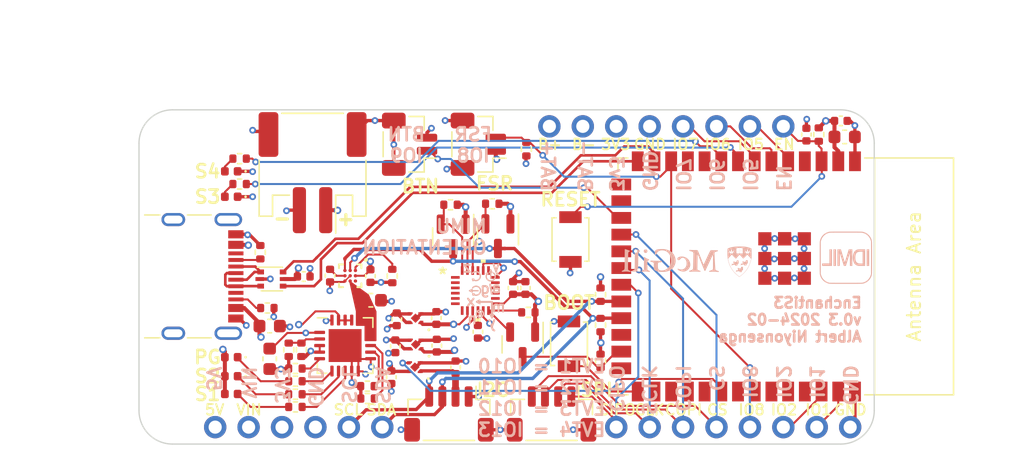
<source format=kicad_pcb>
(kicad_pcb (version 20221018) (generator pcbnew)
  (title_block (title "EnchantiS3") (date "2024-02-09") (rev "v0.3"))
  (layers (0 "F.Cu" signal) (1 "In1.Cu" signal) (2 "In2.Cu" signal) (31 "B.Cu" signal) (34 "B.Paste" user) (35 "F.Paste" user) (36 "B.SilkS" user "B.Silkscreen") (37 "F.SilkS" user "F.Silkscreen") (38 "B.Mask" user) (39 "F.Mask" user) (44 "Edge.Cuts" user))
  (net 0 "")
  (net 1 "+BATT")
  (net 3 "+1V8")
  (net 4 "+3V3")
  (net 5 "GND")
  (net 6 "/EN")
  (net 7 "VUSB")
  (net 8 "/IO2")
  (net 9 "/SCL")
  (net 10 "/SDA")
  (net 11 "/IO16")
  (net 12 "/THRM")
  (net 13 "/IO4")
  (net 21 "Net-(IMU1-REGOUT)")
  (net 22 "/IMU_INT")
  (net 29 "Net-(J1-CC1)")
  (net 31 "Net-(J1-CC2)")
  (net 33 "/IO0")
  (net 34 "/IO15")
  (net 36 "/TXD")
  (net 37 "/RXD")
  (net 38 "/IO5")
  (net 39 "/IO6")
  (net 40 "/IO7")
  (net 41 "/IO8")
  (net 42 "/IO9")
  (net 43 "/IO17")
  (net 44 "/IO18")
  (net 49 "/IO1")
  (net 50 "/USBD-")
  (net 51 "/USBD+")
  (net 53 "Net-(CHARGLED1-K)")
  (net 54 "/STAT")
  (net 55 "/REG")
  (net 56 "/SCLK")
  (net 57 "/CIPO")
  (net 58 "/COPI")
  (net 59 "/CS")
  (net 61 "/IO39")
  (net 62 "/IO40")
  (net 63 "/IO41")
  (net 64 "/IO42")
  (net 65 "SYS")
  (net 66 "/LV_SDA")
  (net 67 "/LV_SCL")
  (net 68 "Net-(CHARGLED2-K)")
  (net 69 "Net-(CHARGLED3-K)")
  (net 70 "/VPCC")
  (net 71 "/PROG3")
  (net 72 "/PROG1")
  (net 73 "/STAT2")
  (net 74 "/PG")
  (net 75 "/THERM")
  (net 76 "/D+")
  (net 77 "/D-")
  (net 79 "/IO48")
  (net 80 "Net-(STATLED2-A)")
  (net 81 "Net-(STATLED1-A)")
  (net 82 "3V3_AUX")
  (net 83 "CHRG+")
  (footprint "NCP167AMX330TBG-footprints:XDFN4_1X1_711AJ_ONS" (layer "F.Cu") (at 113.7236 64.09385 180)
    (fp_text reference "U4" hide)
    (fp_text value "NCP167AMX180TBG")
  )
  (footprint "Capacitor_SMD:C_0402_1005Metric" (layer "F.Cu") (at 116.77 67.83 90)
    (fp_text reference "C16" hide)
    (fp_text value "1uF")
  )
  (footprint "Connector_JST:JST_PH_S2B-PH-SM4-TB_1x02-1MP_P2.00mm_Horizontal" (layer "F.Cu") (at 105.9 53.0352 180)
    (fp_text reference "BT1" hide)
    (fp_text value "JST-PH-1x02-2.000mm")
  )
  (footprint "Package_TO_SOT_SMD:SOT-23" (layer "F.Cu") (at 116.586 57.8889 -90)
    (fp_text reference "Q2" hide)
    (fp_text value "BSS138")
  )
  (footprint "Resistor_SMD:R_0402_1005Metric" (layer "F.Cu") (at 119.5578 55.3974)
    (fp_text reference "R14" hide)
    (fp_text value "2k2")
  )
  (footprint "NCP167AMX330TBG-footprints:XDFN4_1X1_711AJ_ONS" (layer "F.Cu") (at 113.6764 67.81385 180)
    (fp_text reference "U5" hide)
    (fp_text value "NCP167AMX330TBG")
  )
  (footprint "Resistor_SMD:R_0402_1005Metric" (layer "F.Cu") (at 127.7874 67.3374 90)
    (fp_text reference "R23" hide)
    (fp_text value "2k2")
  )
  (footprint "Connector_JST:JST_SH_BM04B-SRSS-TB_1x04-1MP_P1.00mm_Vertical" (layer "F.Cu") (at 124.065 71.375 180)
    (fp_text reference "TOUCH2" hide)
    (fp_text value "JST-SH-1x04 1.0mm")
  )
  (footprint "Capacitor_SMD:C_0402_1005Metric" (layer "F.Cu") (at 112.3 64.18 -90)
    (fp_text reference "C11" hide)
    (fp_text value "1uF")
  )
  (footprint "Resistor_SMD:R_0402_1005Metric" (layer "F.Cu") (at 104.0892 66.4972 90)
    (fp_text reference "R4" hide)
    (fp_text value "110k")
  )
  (footprint "Resistor_SMD:R_0402_1005Metric" (layer "F.Cu") (at 127.7874 62.3062 90)
    (fp_text reference "R19" hide)
    (fp_text value "2k2")
  )
  (footprint "Button_Switch_SMD:SW_SPST_B3U-1000P" (layer "F.Cu") (at 125.5014 58.1152 -90)
    (fp_text reference "SW2" hide)
    (fp_text value "B3U-1000P")
  )
  (footprint "Capacitor_SMD:C_0402_1005Metric" (layer "F.Cu") (at 112.19 66.23 -90)
    (fp_text reference "C4" hide)
    (fp_text value "1uF")
  )
  (footprint "LED_SMD:LED_0402_1005Metric" (layer "F.Cu") (at 99.7204 52.9336 180)
    (fp_text reference "STATLED2" hide)
    (fp_text value "GENERAL STATUS")
  )
  (footprint "ICM20948-footprints:QFN24_3X3X0P9_IVS" (layer "F.Cu") (at 118.2728 61.9941)
    (fp_text reference "IMU1" hide)
    (fp_text value "ICM-20948")
  )
  (footprint "Package_TO_SOT_SMD:SOT-666" (layer "F.Cu") (at 102.81 61.12)
    (fp_text reference "U1" hide)
    (fp_text value "USBLC6-2P6")
  )
  (footprint "max17262-footprints:21-100221A_W91G1&plus_3_MXM" (layer "F.Cu") (at 108.76 60.87 -90)
    (fp_text reference "U6" hide)
    (fp_text value "MAX17262REWL+T")
  )
  (footprint "PCM_Espressif:ESP32-S3-WROOM-2" (layer "F.Cu") (at 138.865 60.9191 -90)
    (fp_text reference "MCU1" hide)
    (fp_text value "ESP32-S3-WROOM-2")
  )
  (footprint "Capacitor_SMD:C_0402_1005Metric" (layer "F.Cu") (at 111.89 68.58 -90)
    (fp_text reference "C17" hide)
    (fp_text value "1uF")
  )
  (footprint "Connector_JST:JST_SH_BM02B-SRSS-TB_1x02-1MP_P1.00mm_Vertical" (layer "F.Cu") (at 113.275 50.875 90)
    (fp_text reference "ANG2" hide)
    (fp_text value "JST-SH-1.00mm 1x2")
  )
  (footprint "LED_SMD:LED_0402_1005Metric" (layer "F.Cu") (at 99.7204 69.8538 180)
    (fp_text reference "CHARGLED1" hide)
    (fp_text value "S1")
  )
  (footprint "Resistor_SMD:R_0402_1005Metric" (layer "F.Cu") (at 122.301 63.6524)
    (fp_text reference "R21" hide)
    (fp_text value "2k2")
  )
  (footprint "Resistor_SMD:R_0402_1005Metric" (layer "F.Cu") (at 102.4636 63.3222 180)
    (fp_text reference "R6" hide)
    (fp_text value "5k1")
  )
  (footprint "Capacitor_SMD:C_0603_1608Metric" (layer "F.Cu") (at 102.6414 64.6938)
    (fp_text reference "C14" hide)
    (fp_text value "10uF")
  )
  (footprint "Capacitor_SMD:C_0402_1005Metric" (layer "F.Cu") (at 115.34 66.18 90)
    (fp_text reference "C5" hide)
    (fp_text value "1uF")
  )
  (footprint "Package_TO_SOT_SMD:SOT-23" (layer "F.Cu") (at 119.9896 57.8612 -90)
    (fp_text reference "Q1" hide)
    (fp_text value "BSS138")
  )
  (footprint "Resistor_SMD:R_0402_1005Metric" (layer "F.Cu") (at 116.3848 55.4736)
    (fp_text reference "R15" hide)
    (fp_text value "2k2")
  )
  (footprint "Package_DFN_QFN:QFN-20-1EP_4x4mm_P0.5mm_EP2.5x2.5mm" (layer "F.Cu") (at 108.3747 66.175)
    (fp_text reference "U2" hide)
    (fp_text value "MCP73871")
  )
  (footprint "Resistor_SMD:R_0402_1005Metric" (layer "F.Cu") (at 104.5972 67.9196)
    (fp_text reference "R9" hide)
    (fp_text value "10k")
  )
  (footprint "Capacitor_SMD:C_0402_1005Metric" (layer "F.Cu") (at 146.0526 49.0982)
    (fp_text reference "C19" hide)
    (fp_text value "0.1uF")
  )
  (footprint "Capacitor_SMD:C_0402_1005Metric" (layer "F.Cu") (at 115.31 64.08 90)
    (fp_text reference "C12" hide)
    (fp_text value "1uF")
  )
  (footprint "Capacitor_SMD:C_0402_1005Metric" (layer "F.Cu") (at 110.3 60.89 -90)
    (fp_text reference "C1" hide)
    (fp_text value "0.1uF")
  )
  (footprint "Capacitor_SMD:C_0402_1005Metric" (layer "F.Cu") (at 143.4338 50.1396 90)
    (fp_text reference "C9" hide)
    (fp_text value "1uF")
  )
  (footprint "LED_SMD:LED_0402_1005Metric" (layer "F.Cu") (at 99.7204 67.0588 180)
    (fp_text reference "CHARGLED3" hide)
    (fp_text value "PG")
  )
  (footprint "Button_Switch_SMD:SW_SPST_B3U-1000P" (layer "F.Cu") (at 125.39 66.04 90)
    (fp_text reference "SW1" hide)
    (fp_text value "B3U-1000P")
  )
  (footprint "Capacitor_SMD:C_0402_1005Metric" (layer "F.Cu") (at 118.4656 65.1256 -90)
    (fp_text reference "C6" hide)
    (fp_text value "0.1uF")
  )
  (footprint "MountingHole:MountingHole_3.2mm_M3_DIN965" (layer "F.Cu") (at 95.25 69.85)
    (fp_text reference "H2" hide)
    (fp_text value "MountingHole" hide)
  )
  (footprint "Capacitor_SMD:C_0402_1005Metric" (layer "F.Cu") (at 122.078 61.7982 90)
    (fp_text reference "C10" hide)
    (fp_text value "1uF")
  )
  (footprint "Capacitor_SMD:C_0603_1608Metric" (layer "F.Cu") (at 146.3418 50.3174)
    (fp_text reference "C13" hide)
    (fp_text value "10uF")
  )
  (footprint "Resistor_SMD:R_0402_1005Metric" (layer "F.Cu") (at 144.3736 50.1396 90)
    (fp_text reference "R5" hide)
    (fp_text value "10k")
  )
  (footprint "MountingHole:MountingHole_3.2mm_M3_DIN965" (layer "F.Cu") (at 95.25 52.07)
    (fp_text reference "H1" hide)
    (fp_text value "MountingHole" hide)
  )
  (footprint "Resistor_SMD:R_0402_1005Metric" (layer "F.Cu") (at 110.07 69.26)
    (fp_text reference "R17" hide)
    (fp_text value "24.9k")
  )
  (footprint "Capacitor_SMD:C_0603_1608Metric" (layer "F.Cu") (at 102.6414 67.183 -90)
    (fp_text reference "C3" hide)
    (fp_text value "4.7uF")
  )
  (footprint "Capacitor_SMD:C_0402_1005Metric" (layer "F.Cu") (at 107.23 60.86 -90)
    (fp_text reference "C2" hide)
    (fp_text value "0.47uF")
  )
  (footprint "LED_SMD:LED_0402_1005Metric" (layer "F.Cu") (at 99.7204 68.5038 180)
    (fp_text reference "CHARGLED2" hide)
    (fp_text value "S2")
  )
  (footprint "Resistor_SMD:R_0402_1005Metric" (layer "F.Cu") (at 111.96 60.89 -90)
    (fp_text reference "TH1" hide)
    (fp_text value "10k")
  )
  (footprint "Capacitor_SMD:C_0402_1005Metric" (layer "F.Cu") (at 121.1382 61.7982 90)
    (fp_text reference "C7" hide)
    (fp_text value "0.1uF")
  )
  (footprint "Resistor_SMD:R_0402_1005Metric" (layer "F.Cu") (at 100.3554 51.9684 180)
    (fp_text reference "R10" hide)
    (fp_text value "1k")
  )
  (footprint "Capacitor_SMD:C_0402_1005Metric" (layer "F.Cu") (at 105.23 60.93)
    (fp_text reference "C15" hide)
    (fp_text value "0.1uF")
  )
  (footprint "Resistor_SMD:R_0402_1005Metric" (layer "F.Cu") (at 110.08 70.2)
    (fp_text reference "R20" hide)
    (fp_text value "2k")
  )
  (footprint "Connector_USB:USB_C_Receptacle_GCT_USB4105-xx-A_16P_TopMnt_Horizontal" (layer "F.Cu") (at 96.393 60.9191 -90)
    (fp_text reference "J1" hide)
    (fp_text value "USB_C_Receptacle_USB2.0")
  )
  (footprint "Resistor_SMD:R_0402_1005Metric" (layer "F.Cu") (at 100.3554 53.8988 180)
    (fp_text reference "R8" hide)
    (fp_text value "1k")
  )
  (footprint "Capacitor_SMD:C_0603_1608Metric" (layer "F.Cu") (at 110.325 62.73)
    (fp_text reference "C8" hide)
    (fp_text value "4.7uF")
  )
  (footprint "Package_TO_SOT_SMD:SOT-23" (layer "F.Cu") (at 121.865 66.0875 -90)
    (fp_text reference "Q3" hide)
    (fp_text value "BSS138")
  )
  (footprint "Resistor_SMD:R_0402_1005Metric" (layer "F.Cu") (at 105.0544 66.4972 -90)
    (fp_text reference "R18" hide)
    (fp_text value "330k")
  )
  (footprint "Resistor_SMD:R_0402_1005Metric" (layer "F.Cu") (at 104.5972 69.8754)
    (fp_text reference "R22" hide)
    (fp_text value "1k")
  )
  (footprint "pin-layout:board-layout" (layer "F.Cu") (at 134.06 49.515)
    (fp_text reference "BOARDLAYOUT1" hide)
    (fp_text value "LAYOUT")
  )
  (footprint "Resistor_SMD:R_0402_1005Metric" (layer "F.Cu") (at 127.7874 64.6176 -90)
    (fp_text reference "R16" hide)
    (fp_text value "2k2")
  )
  (footprint "LED_SMD:LED_0402_1005Metric" (layer "F.Cu") (at 99.7204 54.864 180)
    (fp_text reference "STATLED1" hide)
    (fp_text value "WIFISTATUS")
  )
  (footprint "Connector_JST:JST_SH_BM02B-SRSS-TB_1x02-1MP_P1.00mm_Vertical" (layer "F.Cu") (at 118.5 50.875 90)
    (fp_text reference "ANG1" hide)
    (fp_text value "JST-SH-1.00mm 1x2")
  )
  (footprint "Resistor_SMD:R_0402_1005Metric" (layer "F.Cu") (at 101.9302 59.0804 -90)
    (fp_text reference "R7" hide)
    (fp_text value "5k1")
  )
  (footprint "Resistor_SMD:R_0402_1005Metric" (layer "F.Cu") (at 122.15 51.25 -90)
    (fp_text reference "R1" hide)
    (fp_text value "1k")
  )
  (footprint "Resistor_SMD:R_0402_1005Metric" (layer "F.Cu") (at 104.5972 68.8848)
    (fp_text reference "R24" hide)
    (fp_text value "1k")
  )
  (footprint "Connector_JST:JST_SH_BM04B-SRSS-TB_1x04-1MP_P1.00mm_Vertical" (layer "F.Cu") (at 116.265 71.375 180)
    (fp_text reference "TOUCH1" hide)
    (fp_text value "JST-SH-1x04 1.0mm")
  )
  (footprint "Resistor_SMD:R_0402_1005Metric" (layer "F.Cu") (at 104.5972 70.8394)
    (fp_text reference "R3" hide)
    (fp_text value "1k")
  )
  (footprint "NCP167AMX330TBG-footprints:XDFN4_1X1_711AJ_ONS" (layer "F.Cu") (at 113.7364 66.09385 180)
    (fp_text reference "U3" hide)
    (fp_text value "NCP167AMX330TBG")
  )
  (footprint "logos:IDMIL_logo" (layer "B.Cu") (at 146.44 59.5 180)
    (fp_text reference "G***" hide)
    (fp_text value "LOGO" hide)
  )
  (footprint "logos:McGill_logo" (layer "B.Cu") (at 134.33 59.79 180)
    (fp_text reference "G***" hide)
    (fp_text value "LOGO" hide)
  )
  (gr_line (start 118.444984 63.947001) (end 118.804984 63.587001) (stroke (width 0.1016)) (layer "B.SilkS"))
  (gr_line (start 119.44 60.422) (end 119.44 61.072) (stroke (width 0.1016)) (layer "B.SilkS"))
  (gr_arc (start 118.070001 61.787) (mid 118.666893 61.955797) (end 118.147147 62.29434) (stroke (width 0.1016)) (layer "B.SilkS"))
  (gr_poly (pts (xy 119.634984 63.837001) (xy 119.534984 64.037001) (xy 119.434984 63.837001)) (stroke (width 0.15)) (fill solid) (layer "B.SilkS"))
  (gr_line (start 118.534984 62.857001) (end 119.534984 62.857001) (stroke (width 0.15)) (layer "B.SilkS"))
  (gr_poly (pts (xy 118.050431 61.125541) (xy 118.093284 61.248201) (xy 118.153284 61.118201)) (stroke (width 0.1016)) (fill solid) (layer "B.SilkS"))
  (gr_poly (pts (xy 118.03 62.107) (xy 117.83 62.007) (xy 118.03 61.907)) (stroke (width 0.1016)) (fill solid) (layer "B.SilkS"))
  (gr_line (start 118.794984 63.947001) (end 118.404984 63.567001) (stroke (width 0.1016)) (layer "B.SilkS"))
  (gr_line (start 119.524984 62.237001) (end 119.399984 61.537001) (stroke (width 0.15)) (layer "B.SilkS"))
  (gr_poly (pts (xy 118.584984 62.947001) (xy 118.384984 62.847001) (xy 118.584984 62.747001)) (stroke (width 0.15)) (fill solid) (layer "B.SilkS"))
  (gr_line (start 119.534984 62.857001) (end 119.534984 63.857001) (stroke (width 0.15)) (layer "B.SilkS"))
  (gr_poly (pts (xy 118.067147 62.23434) (xy 118.11 62.357) (xy 118.17 62.227)) (stroke (width 0.1016)) (fill solid) (layer "B.SilkS"))
  (gr_arc (start 119.66 60.662001) (mid 119.491201 61.258716) (end 119.15266 60.739147) (stroke (width 0.1016)) (layer "B.SilkS"))
  (gr_arc (start 118.053285 60.678201) (mid 118.650205 60.846996) (end 118.130431 61.185541) (stroke (width 0.1016)) (layer "B.SilkS"))
  (gr_line (start 117.83 62.007) (end 118.48 62.007) (stroke (width 0.1016)) (layer "B.SilkS"))
  (gr_poly (pts (xy 119.21266 60.659147) (xy 119.09 60.702) (xy 119.22 60.762)) (stroke (width 0.1016)) (fill solid) (layer "B.SilkS"))
  (gr_circle (center 118.614984 63.757001) (end 118.394984 63.597001) (stroke (width 0.1016)) (fill none) (layer "B.SilkS"))
  (gr_poly (pts (xy 119.34 60.622) (xy 119.44 60.422) (xy 119.54 60.622)) (stroke (width 0.1016)) (fill solid) (layer "B.SilkS"))
  (gr_line (start 148.59 71.12) (end 148.59 50.8) (stroke (width 0.1)) (layer "Edge.Cuts"))
  (gr_arc (start 148.589999 71.120001) (mid 147.846051 72.916052) (end 146.05 73.66) (stroke (width 0.1)) (layer "Edge.Cuts"))
  (gr_line (start 92.71 50.8) (end 92.71 71.12) (stroke (width 0.1)) (layer "Edge.Cuts"))
  (gr_line (start 95.25 73.66) (end 146.05 73.66) (stroke (width 0.1)) (layer "Edge.Cuts"))
  (gr_arc (start 146.05 48.26) (mid 147.846051 49.003949) (end 148.59 50.8) (stroke (width 0.1)) (layer "Edge.Cuts"))
  (gr_arc (start 95.25 73.66) (mid 93.453949 72.916051) (end 92.71 71.12) (stroke (width 0.1)) (layer "Edge.Cuts"))
  (gr_line (start 146.05 48.26) (end 95.25 48.26) (stroke (width 0.1)) (layer "Edge.Cuts"))
  (gr_arc (start 92.71 50.8) (mid 93.453949 49.003949) (end 95.25 48.26) (stroke (width 0.1)) (layer "Edge.Cuts"))
  (gr_text "x" (at 118.346201 63.248716) (layer "B.SilkS") (effects (font (size 0.8 0.8) (thickness 0.15) bold) (justify left bottom mirror)))
  (gr_text "FSR\nIO8" (at 118.11 52.324) (layer "B.SilkS") (effects (font (size 1 1) (thickness 0.2) bold) (justify bottom mirror)))
  (gr_text "BTN\nIO9" (at 113.03 52.324) (layer "B.SilkS") (effects (font (size 1 1) (thickness 0.2) bold) (justify bottom mirror)))
  (gr_text "a" (at 120.324984 62.237001) (layer "B.SilkS") (effects (font (size 0.8 0.8) (thickness 0.15) bold) (justify left bottom mirror)))
  (gr_text "z" (at 118.053285 60.678201) (layer "B.SilkS") (effects (font (size 0.8 0.8) (thickness 0.15) bold) (justify left bottom mirror)))
  (gr_text "y" (at 120.246201 60.628716) (layer "B.SilkS") (effects (font (size 0.8 0.8) (thickness 0.15) bold) (justify left bottom mirror)))
  (gr_text "g" (at 119.467484 62.297001) (layer "B.SilkS") (effects (font (size 0.8 0.8) (thickness 0.15) bold) (justify left bottom mirror)))
  (gr_text "MIMU\nORIENTATION" (at 119.253 59.309) (layer "B.SilkS") (effects (font (size 1 1) (thickness 0.2) bold) (justify left bottom mirror)))
  (gr_text "EnchantiS3\nv0.3 2024-02\nAlbert Niyonsenga" (at 147.74 65.97) (layer "B.SilkS") (effects (font (size 0.8 0.8) (thickness 0.2) bold) (justify left bottom mirror)))
  (gr_text "EVT1 = IO10\nEVT2 = IO11\nEVT3 = IO12\nEVT4 = IO13\n\n" (at 128.27 74.775) (layer "B.SilkS") (effects (font (size 1 1) (thickness 0.2) bold) (justify left bottom mirror)))
  (gr_text "y" (at 119.926201 64.868716) (layer "B.SilkS") (effects (font (size 0.8 0.8) (thickness 0.15) bold) (justify left bottom mirror)))
  (gr_text "n" (at 118.486201 64.598716) (layer "B.SilkS") (effects (font (size 0.8 0.8) (thickness 0.15) bold) (justify left bottom mirror)))
  (gr_text "m" (at 120.664984 63.697001) (layer "B.SilkS") (effects (font (size 0.8 0.8) (thickness 0.15) bold) (justify left bottom mirror)))
  (gr_text "SPI" (at 127.4826 70.1294) (layer "F.SilkS") (effects (font (size 1 1) (thickness 0.2) bold) (justify bottom)))
  (gr_text "IO7" (at 133.1468 51.3588) (layer "F.SilkS") (effects (font (size 0.8 0.8) (thickness 0.15) bold) (justify left bottom)))
  (gr_text "B-" (at 125.5268 51.3588) (layer "F.SilkS") (effects (font (size 0.8 0.8) (thickness 0.15) bold) (justify left bottom)))
  (gr_text "RESET" (at 125.5014 55.6514) (layer "F.SilkS") (effects (font (size 1 1) (thickness 0.2) bold) (justify bottom)))
  (gr_text "GND" (at 145.4658 71.5264) (layer "F.SilkS") (effects (font (size 0.8 0.8) (thickness 0.15) bold) (justify left bottom)))
  (gr_text "S4" (at 96.8354 52.9336) (layer "F.SilkS") (effects (font (size 1 1) (thickness 0.2) bold) (justify left)))
  (gr_text "SCL" (at 107.4166 71.5264) (layer "F.SilkS") (effects (font (size 0.8 0.8) (thickness 0.15) bold) (justify left bottom)))
  (gr_text "BTN" (at 114.1 54.65) (layer "F.SilkS") (effects (font (size 1 1) (thickness 0.2) bold) (justify bottom)))
  (gr_text "S1" (at 96.8354 69.8538) (layer "F.SilkS") (effects (font (size 1 1) (thickness 0.2) bold) (justify left)))
  (gr_text "PG" (at 96.787781 67.0588) (layer "F.SilkS") (effects (font (size 1 1) (thickness 0.2) bold) (justify left)))
  (gr_text "EN" (at 140.8684 51.3588) (layer "F.SilkS") (effects (font (size 0.8 0.8) (thickness 0.15) bold) (justify left bottom)))
  (gr_text "3V3" (at 127.7366 51.3588) (layer "F.SilkS") (effects (font (size 0.8 0.8) (thickness 0.15) bold) (justify left bottom)))
  (gr_text "BOOT" (at 125.39 63.5) (layer "F.SilkS") (effects (font (size 1 1) (thickness 0.2) bold) (justify bottom)))
  (gr_text "CLK" (at 130.302 71.5264) (layer "F.SilkS") (effects (font (size 0.8 0.8) (thickness 0.15) bold) (justify left bottom)))
  (gr_text "B+" (at 122.936 51.3588) (layer "F.SilkS") (effects (font (size 0.8 0.8) (thickness 0.15) bold) (justify left bottom)))
  (gr_text "CIPO" (at 127.5334 71.5264) (layer "F.SilkS") (effects (font (size 0.8 0.8) (thickness 0.15) bold) (justify left bottom)))
  (gr_text "FSR" (at 118.2 54.45) (layer "F.SilkS") (effects (font (size 1 1) (thickness 0.2) bold) (justify left bottom)))
  (gr_text "COPI" (at 132.588 71.5264) (layer "F.SilkS") (effects (font (size 0.8 0.8) (thickness 0.15) bold) (justify left bottom)))
  (gr_text "IO1" (at 143.256 71.5264) (layer "F.SilkS") (effects (font (size 0.8 0.8) (thickness 0.15) bold) (justify left bottom)))
  (gr_text "CS" (at 135.7884 71.5264) (layer "F.SilkS") (effects (font (size 0.8 0.8) (thickness 0.15) bold) (justify left bottom)))
  (gr_text "-" (at 102.8192 57.0738) (layer "F.SilkS") (effects (font (size 1 1) (thickness 0.25) bold) (justify left bottom)))
  (gr_text "+" (at 107.6452 57.1246) (layer "F.SilkS") (effects (font (size 1 1) (thickness 0.25) bold) (justify left bottom)))
  (gr_text "IO8" (at 138.176 71.5264) (layer "F.SilkS") (effects (font (size 0.8 0.8) (thickness 0.15) bold) (justify left bottom)))
  (gr_text "GND" (at 130.2258 51.3588) (layer "F.SilkS") (effects (font (size 0.8 0.8) (thickness 0.15) bold) (justify left bottom)))
  (gr_text "IO2" (at 140.6398 71.5264) (layer "F.SilkS") (effects (font (size 0.8 0.8) (thickness 0.15) bold) (justify left bottom)))
  (gr_text "VIN" (at 100.0252 71.5264) (layer "F.SilkS") (effects (font (size 0.8 0.8) (thickness 0.15) bold) (justify left bottom)))
  (gr_text "S3" (at 96.8354 54.864) (layer "F.SilkS") (effects (font (size 1 1) (thickness 0.2) bold) (justify left)))
  (gr_text "5V" (at 97.6376 71.5264) (layer "F.SilkS") (effects (font (size 0.8 0.8) (thickness 0.15) bold) (justify left bottom)))
  (gr_text "SDA" (at 109.9058 71.5264) (layer "F.SilkS") (effects (font (size 0.8 0.8) (thickness 0.15) bold) (justify left bottom)))
  (gr_text "S2" (at 96.8354 68.5038) (layer "F.SilkS") (effects (font (size 1 1) (thickness 0.2) bold) (justify left)))
  (gr_text "IO6" (at 135.6106 51.3588) (layer "F.SilkS") (effects (font (size 0.8 0.8) (thickness 0.15) bold) (justify left bottom)))
  (gr_text "I2C" (at 119.6086 70.1294) (layer "F.SilkS") (effects (font (size 1 1) (thickness 0.2) bold) (justify bottom)))
  (gr_text "IO5" (at 138.1252 51.3588) (layer "F.SilkS") (effects (font (size 0.8 0.8) (thickness 0.15) bold) (justify left bottom)))
  (segment (start 106.9 55.8852) (end 107.7852 55.8852) (width 0.3048) (layer "F.Cu") (net 1))
  (segment (start 109.84 60.87) (end 110.3 60.41) (width 0.1524) (layer "F.Cu") (net 1))
  (segment (start 107.7852 55.8852) (end 107.8 55.9) (width 0.3048) (layer "F.Cu") (net 1))
  (segment (start 110.3 60.41) (end 110.3 59.79) (width 0.3048) (layer "F.Cu") (net 1))
  (segment (start 109.16 60.87) (end 109.84 60.87) (width 0.1524) (layer "F.Cu") (net 1))
  (segment (start 110.3 59.79) (end 110.29 59.78) (width 0.3048) (layer "F.Cu") (net 1))
  (via (at 110.29 59.78) (size 0.5588) (drill 0.3048) (layers "F.Cu" "B.Cu") (net 1))
  (via (at 107.8 55.9) (size 0.5588) (drill 0.3048) (layers "F.Cu" "B.Cu") (net 1))
  (segment (start 122.811 63.0662) (end 122.811 63.6524) (width 0.3048) (layer "F.Cu") (net 3))
  (segment (start 118.0728 60.4725) (end 118.0728 58.7351) (width 0.1524) (layer "F.Cu") (net 3))
  (segment (start 120.9396 55.61) (end 120.9396 56.9237) (width 0.3048) (layer "F.Cu") (net 3))
  (segment (start 122.527 62.2782) (end 122.078 62.2782) (width 0.3048) (layer "F.Cu") (net 3))
  (segment (start 122.815 63.6564) (end 122.811 63.6524) (width 0.3048) (layer "F.Cu") (net 3))
  (segment (start 119.7944 62.994101) (end 120.422299 62.994101) (width 0.1524) (layer "F.Cu") (net 3))
  (segment (start 116.6182 64.56) (end 117.068698 64.56) (width 0.1524) (layer "F.Cu") (net 3))
  (segment (start 115.31 64.56) (end 114.2723 64.56) (width 0.254) (layer "F.Cu") (net 3))
  (segment (start 120.422299 62.994101) (end 121.1382 62.2782) (width 0.1524) (layer "F.Cu") (net 3))
  (segment (start 117.536 55.6412) (end 117.536 56.9514) (width 0.3048) (layer "F.Cu") (net 3))
  (segment (start 123.063 62.8142) (end 122.527 62.2782) (width 0.3048) (layer "F.Cu") (net 3))
  (segment (start 120.727 55.3974) (end 120.0678 55.3974) (width 0.3048) (layer "F.Cu") (net 3))
  (segment (start 120.9396 55.61) (end 120.727 55.3974) (width 0.3048) (layer "F.Cu") (net 3))
  (segment (start 117.536 55.6412) (end 117.3684 55.4736) (width 0.3048) (layer "F.Cu") (net 3))
  (segment (start 118.0728 58.7351) (end 118.5418 58.2661) (width 0.1524) (layer "F.Cu") (net 3))
  (segment (start 123.063 62.8142) (end 122.811 63.0662) (width 0.3048) (layer "F.Cu") (net 3))
  (segment (start 116.6182 64.56) (end 115.31 64.56) (width 0.3048) (layer "F.Cu") (net 3))
  (segment (start 117.3684 55.4736) (end 116.8948 55.4736) (width 0.3048) (layer "F.Cu") (net 3))
  (segment (start 117.672801 63.955897) (end 117.672801 63.5157) (width 0.1524) (layer "F.Cu") (net 3))
  (segment (start 117.068698 64.56) (end 117.672801 63.955897) (width 0.1524) (layer "F.Cu") (net 3))
  (segment (start 121.1382 62.2782) (end 122.078 62.2782) (width 0.3048) (layer "F.Cu") (net 3))
  (segment (start 114.2723 64.56) (end 114.13 64.4177) (width 0.254) (layer "F.Cu") (net 3))
  (segment (start 122.815 65.15) (end 122.815 63.6564) (width 0.3048) (layer "F.Cu") (net 3))
  (via (at 120.9396 55.61) (size 0.5588) (drill 0.3048) (layers "F.Cu" "B.Cu") (net 3))
  (via (at 116.6182 64.56) (size 0.5588) (drill 0.3048) (layers "F.Cu" "B.Cu") (net 3))
  (via (at 117.536 55.6412) (size 0.5588) (drill 0.3048) (layers "F.Cu" "B.Cu") (net 3))
  (via (at 123.063 62.8142) (size 0.5588) (drill 0.3048) (layers "F.Cu" "B.Cu") (net 3))
  (via (at 118.5418 58.2661) (size 0.5588) (drill 0.3048) (layers "F.Cu" "B.Cu") (net 3))
  (segment (start 127.7874 65.9384) (end 127.8128 65.9638) (width 0.254) (layer "F.Cu") (net 4))
  (segment (start 114.3851 66.66) (end 114.1428 66.4177) (width 0.254) (layer "F.Cu") (net 4))
  (segment (start 145.5668 51.1042) (end 145.855 51.3924) (width 0.3048) (layer "F.Cu") (net 4))
  (segment (start 116.56 66.66) (end 116.69 66.53) (width 0.3048) (layer "F.Cu") (net 4))
  (segment (start 127.7874 61.7962) (end 127.7874 60.96) (width 0.254) (layer "F.Cu") (net 4))
  (segment (start 115.34 66.66) (end 116.56 66.66) (width 0.3048) (layer "F.Cu") (net 4))
  (segment (start 119.888 52.0192) (end 119.825 51.9562) (width 0.3048) (layer "F.Cu") (net 4))
  (segment (start 145.855 51.3924) (end 145.855 52.1691) (width 0.3048) (layer "F.Cu") (net 4))
  (segment (start 127.7874 65.9892) (end 127.8128 65.9638) (width 0.254) (layer "F.Cu") (net 4))
  (segment (start 145.5668 49.104) (end 145.5726 49.0982) (width 0.3048) (layer "F.Cu") (net 4))
  (segment (start 127.7874 65.1276) (end 127.7874 65.9384) (width 0.254) (layer "F.Cu") (net 4))
  (segment (start 127.7874 66.8274) (end 127.7874 65.9892) (width 0.254) (layer "F.Cu") (net 4))
  (segment (start 145.5668 50.3174) (end 145.5668 49.104) (width 0.3048) (layer "F.Cu") (net 4))
  (segment (start 145.5668 50.3174) (end 145.5668 51.1042) (width 0.3048) (layer "F.Cu") (net 4))
  (segment (start 145.5726 49.0982) (end 144.907 49.0982) (width 0.3048) (layer "F.Cu") (net 4))
  (segment (start 119.825 51.9562) (end 119.825 51.375) (width 0.3048) (layer "F.Cu") (net 4))
  (segment (start 144.907 49.0982) (end 144.3756 49.6296) (width 0.3048) (layer "F.Cu") (net 4))
  (segment (start 144.3756 49.6296) (end 144.3736 49.6296) (width 0.3048) (layer "F.Cu") (net 4))
  (segment (start 115.34 66.66) (end 114.3851 66.66) (width 0.254) (layer "F.Cu") (net 4))
  (via (at 119.888 52.0192) (size 0.5588) (drill 0.3048) (layers "F.Cu" "B.Cu") (net 4))
  (via (at 127.8128 65.9638) (size 0.5588) (drill 0.3048) (layers "F.Cu" "B.Cu") (net 4))
  (via (at 127.7874 60.96) (size 0.5588) (drill 0.3048) (layers "F.Cu" "B.Cu") (net 4))
  (via (at 116.69 66.53) (size 0.5588) (drill 0.3048) (layers "F.Cu" "B.Cu") (net 4))
  (via (at 144.907 49.0982) (size 0.5588) (drill 0.3048) (layers "F.Cu" "B.Cu") (net 4))
  (segment (start 147.125 50.3256) (end 147.1168 50.3174) (width 0.254) (layer "F.Cu") (net 5))
  (segment (start 108.8818 66.6995) (end 109.3818 67.1995) (width 0.1524) (layer "F.Cu") (net 5))
  (segment (start 112.6308 72.575) (end 112.6236 72.5678) (width 0.254) (layer "F.Cu") (net 5))
  (segment (start 120.4214 60.276437) (end 120.063563 59.9186) (width 0.1524) (layer "F.Cu") (net 5))
  (segment (start 121.1382 61.3182) (end 121.1382 61.1068) (width 0.254) (layer "F.Cu") (net 5))
  (segment (start 103.9648 55.8852) (end 103.92 55.93) (width 0.254) (layer "F.Cu") (net 5))
  (segment (start 110.075 49.075) (end 110.6424 49.075) (width 0.254) (layer "F.Cu") (net 5))
  (segment (start 113.81895 66.09385) (end 114.1428 65.77) (width 0.254) (layer "F.Cu") (net 5))
  (segment (start 118.872799 64.008799) (end 119.3546 64.4906) (width 0.1524) (layer "F.Cu") (net 5))
  (segment (start 118.872799 59.992301) (end 118.872799 60.4725) (width 0.1524) (layer "F.Cu") (net 5))
  (segment (start 142.5194 61.0362) (end 142.5423 61.0591) (width 0.254) (layer "F.Cu") (net 5))
  (segment (start 113.75895 67.81385) (end 114.0828 67.49) (width 0.254) (layer "F.Cu") (net 5))
  (segment (start 109.3818 68.137) (end 109.7168 68.137) (width 0.1524) (layer "F.Cu") (net 5))
  (segment (start 110.915 62.82) (end 111.9 62.82) (width 0.254) (layer "F.Cu") (net 5))
  (segment (start 100.3395 64.1191) (end 100.8634 64.643) (width 0.254) (layer "F.Cu") (net 5))
  (segment (start 120.063563 59.9186) (end 118.9465 59.9186) (width 0.1524) (layer "F.Cu") (net 5))
  (segment (start 100.9245 57.7191) (end 100.965 57.7596) (width 0.254) (layer "F.Cu") (net 5))
  (segment (start 114.6 50.375) (end 114.6 49.992) (width 0.254) (layer "F.Cu") (net 5))
  (segment (start 143.275 58.0591) (end 142.5702 58.0591) (width 0.254) (layer "F.Cu") (net 5))
  (segment (start 113.80615 64.09385) (end 114.13 63.77) (width 0.254) (layer "F.Cu") (net 5))
  (segment (start 141.0247 59.5591) (end 142.5155 59.5591) (width 0.254) (layer "F.Cu") (net 5))
  (segment (start 101.346 54.864) (end 100.4428 54.864) (width 0.254) (layer "F.Cu") (net 5))
  (segment (start 146.7612 49.0982) (end 146.5326 49.0982) (width 0.254) (layer "F.Cu") (net 5))
  (segment (start 102.95 63.3458) (end 102.9736 63.3222) (width 0.254) (layer "F.Cu") (net 5))
  (segment (start 140.275 61.0591) (end 141.0183 61.0591) (width 0.254) (layer "F.Cu") (net 5))
  (segment (start 111.66926 66.756953) (end 111.716213 66.71) (width 0.254) (layer "F.Cu") (net 5))
  (segment (start 119.1234 65.6056) (end 119.1514 65.6336) (width 0.254) (layer "F.Cu") (net 5))
  (segment (start 141.0007 58.0591) (end 141.0208 58.039) (width 0.254) (layer "F.Cu") (net 5))
  (segment (start 147.125 69.6691) (end 147.125 72.01) (width 0.254) (layer "F.Cu") (net 5))
  (segment (start 116.02 63.62) (end 116 63.6) (width 0.254) (layer "F.Cu") (net 5))
  (segment (start 113.7236 64.09385) (end 113.80615 64.09385) (width 0.254) (layer "F.Cu") (net 5))
  (segment (start 102.68 61.12) (end 102.69 61.11) (width 0.254) (layer "F.Cu") (net 5))
  (segment (start 116.1 52.76) (end 116.185 52.675) (width 0.254) (layer "F.Cu") (net 5))
  (segment (start 115.9786 49.075) (end 115.9764 49.0728) (width 0.254) (layer "F.Cu") (net 5))
  (segment (start 116 63.6) (end 115.31 63.6) (width 0.254) (layer "F.Cu") (net 5))
  (segment (start 109.25 49.9) (end 110.075 49.075) (width 0.254) (layer "F.Cu") (net 5))
  (segment (start 147.125 52.1691) (end 147.125 50.3256) (width 0.254) (layer "F.Cu") (net 5))
  (segment (start 110.3193 67.7489) (end 110.363 67.7926) (width 0.1524) (layer "F.Cu") (net 5))
  (segment (start 140.275 58.0591) (end 141.0007 58.0591) (width 0.254) (layer "F.Cu") (net 5))
  (segment (start 141.0409 58.0591) (end 142.5702 58.0591) (width 0.254) (layer "F.Cu") (net 5))
  (segment (start 114.6 49.992) (end 114.935 49.657) (width 0.254) (layer "F.Cu") (net 5))
  (segment (start 114.0828 67.49) (end 116.63 67.49) (width 0.254) (layer "F.Cu") (net 5))
  (segment (start 117.54 67.35) (end 117.56 67.37) (width 0.254) (layer "F.Cu") (net 5))
  (segment (start 116.77 67.35) (end 117.54 67.35) (width 0.254) (layer "F.Cu") (net 5))
  (segment (start 140.275 60.3088) (end 140.2588 60.325) (width 0.254) (layer "F.Cu") (net 5))
  (segment (start 147.1168 49.4538) (end 147.1168 50.3174) (width 0.254) (layer "F.Cu") (net 5))
  (segment (start 124.26 64.33) (end 125.38 64.33) (width 0.254) (layer "F.Cu") (net 5))
  (segment (start 140.2588 58.801) (end 140.275 58.8172) (width 0.254) (layer "F.Cu") (net 5))
  (segment (start 111.9 62.82) (end 111.91 62.81) (width 0.254) (layer "F.Cu") (net 5))
  (segment (start 120.4214 60.367099) (end 119.7944 60.994099) (width 0.1524) (layer "F.Cu") (net 5))
  (segment (start 101.9302 58.5704) (end 101.1194 57.7596) (width 0.254) (layer "F.Cu") (net 5))
  (segment (start 109.1518 69.26) (end 109.56 69.26) (width 0.254) (layer "F.Cu") (net 5))
  (segment (start 114.13 63.77) (end 115.14 63.77) (width 0.254) (layer "F.Cu") (net 5))
  (segment (start 140.275 58.7848) (end 140.2588 58.801) (width 0.254) (layer "F.Cu") (net 5))
  (segment (start 140.275 58.0591) (end 140.275 58.7848) (width 0.254) (layer "F.Cu") (net 5))
  (segment (start 109.7168 68.137) (end 109.9312 68.3514) (width 0.1524) (layer "F.Cu") (net 5))
  (segment (start 108.29 61.34) (end 108.36 61.27) (width 0.1524) (layer "F.Cu") (net 5))
  (segment (start 112.3 64.66) (end 111.83 64.66) (width 0.254) (layer "F.Cu") (net 5))
  (segment (start 104.176278 64.7555) (end 104.114578 64.6938) (width 0.254) (layer "F.Cu") (net 5))
  (segment (start 142.5423 61.0591) (end 143.275 61.0591) (width 0.254) (layer "F.Cu") (net 5))
  (segment (start 141.0208 61.0616) (end 141.0233 61.0591) (width 0.254) (layer "F.Cu") (net 5))
  (segment (start 103.492 67.958) (end 102.6414 67.958) (width 0.254) (layer "F.Cu") (net 5))
  (segment (start 113.6764 67.81385) (end 113.75895 67.81385) (width 0.254) (layer "F.Cu") (net 5))
  (segment (start 116.57 65.7) (end 116.62 65.65) (width 0.254) (layer "F.Cu") (net 5))
  (segment (start 108.8818 68.99) (end 109.1518 69.26) (width 0.254) (layer "F.Cu") (net 5))
  (segment (start 115.14 63.77) (end 115.31 63.6) (width 0.254) (layer "F.Cu") (net 5))
  (segment (start 112.075 52.675) (end 112.075 49.075) (width 0.254) (layer "F.Cu") (net 5))
  (segment (start 119.065 72.575) (end 121.265 72.575) (width 0.254) (layer "F.Cu") (net 5))
  (segment (start 110.6424 49.075) (end 112.075 49.075) (width 0.254) (layer "F.Cu") (net 5))
  (segment (start 120.4214 60.276437) (end 120.4214 60.367099) (width 0.1524) (layer "F.Cu") (net 5))
  (segment (start 118.0728 63.5157) (end 118.0728 64.236332) (width 0.1524) (layer "F.Cu") (net 5))
  (segment (start 113.465 72.575) (end 112.6308 72.575) (width 0.254) (layer "F.Cu") (net 5))
  (segment (start 115.34 65.7) (end 116.57 65.7) (width 0.254) (layer "F.Cu") (net 5))
  (segment (start 109.57 70.2) (end 109.57 69.27) (width 0.254) (layer "F.Cu") (net 5))
  (segment (start 101.4366 49.9) (end 101.346 49.8094) (width 0.254) (layer "F.Cu") (net 5))
  (segment (start 107.23 61.99) (end 107.21 62.01) (width 0.1524) (layer "F.Cu") (net 5))
  (segment (start 143.275 58.782) (end 143.275 58.0591) (width 0.254) (layer "F.Cu") (net 5))
  (segment (start 125.5014 59.8152) (end 125.5014 60.6298) (width 0.254) (layer "F.Cu") (net 5))
  (segment (start 118.0728 64.236332) (end 117.602 64.707132) (width 0.1524) (layer "F.Cu") (net 5))
  (segment (start 118.872799 63.5157) (end 118.872799 64.008799) (width 0.1524) (layer "F.Cu") (net 5))
  (segment (start 114.1428 65.77) (end 115.27 65.77) (width 0.254) (layer "F.Cu") (net 5))
  (segment (start 141.0233 61.0591) (end 142.4965 61.0591) (width 0.254) (layer "F.Cu") (net 5))
  (segment (start 103.492 67.958) (end 103.5304 67.9196) (width 0.254) (layer "F.Cu") (net 5))
  (segment (start 100.073 57.7191) (end 100.9245 57.7191) (width 0.254) (layer "F.Cu") (net 5))
  (segment (start 140.275 60.3412) (end 140.275 61.0591) (width 0.254) (layer "F.Cu") (net 5))
  (segment (start 107.23 61.34) (end 107.23 61.99) (width 0.1524) (layer "F.Cu") (net 5))
  (segment (start 107.23 61.34) (end 108.29 61.34) (width 0.1524) (layer "F.Cu") (net 5))
  (segment (start 113.7364 66.09385) (end 113.81895 66.09385) (width 0.254) (layer "F.Cu") (net 5))
  (segment (start 147.125 72.01) (end 146.76 72.375) (width 0.254) (layer "F.Cu") (net 5))
  (segment (start 101.3206 52.9336) (end 100.4428 52.9336) (width 0.254) (layer "F.Cu") (net 5))
  (segment (start 118.4656 65.6056) (end 119.1234 65.6056) (width 0.254) (layer "F.Cu") (net 5))
  (segment (start 115.27 65.77) (end 115.34 65.7) (width 0.254) (layer "F.Cu") (net 5))
  (segment (start 140.275 58.8172) (end 140.275 60.3088) (width 0.254) (layer "F.Cu") (net 5))
  (segment (start 142.5194 59.563) (end 142.5233 59.5591) (width 0.254) (layer "F.Cu") (net 5))
  (segment (start 117.3 49.075) (end 115.9786 49.075) (width 0.254) (layer "F.Cu") (net 5))
  (segment (start 143.256 58.801) (end 143.275 58.782) (width 0.254) (layer "F.Cu") (net 5))
  (segment (start 125.5014 60.6298) (end 125.476 60.6552) (width 0.254) (layer "F.Cu") (net 5))
  (segment (start 143.4338 49.6596) (end 143.4338 48.9966) (width 0.254) (layer "F.Cu") (net 5))
  (segment (start 104.0892 67.9176) (end 104.0872 67.9196) (width 0.254) (layer "F.Cu") (net 5))
  (segment (start 109.3818 68.137) (end 109.3818 67.1995) (width 0.1524) (layer "F.Cu") (net 5))
  (segment (start 108.8818 68.99) (end 108.8818 66.6995) (width 0.1524) (layer "F.Cu") (net 5))
  (segment (start 125.38 64.33) (end 125.39 64.34) (width 0.254) (layer "F.Cu") (net 5))
  (segment (start 141.0208 58.039) (end 141.0409 58.0591) (width 0.254) (layer "F.Cu") (net 5))
  (segment (start 103.5304 67.9196) (end 104.0872 67.9196) (width 0.254) (layer "F.Cu") (net 5))
  (segment (start 140.2588 60.325) (end 140.275 60.3412) (width 0.254) (layer "F.Cu") (net 5))
  (segment (start 100.073 64.1191) (end 100.3395 64.1191) (width 0.254) (layer "F.Cu") (net 5))
  (segment (start 125.7118 72.575) (end 125.7046 72.5678) (width 0.254) (layer "F.Cu") (net 5))
  (segment (start 117.602 64.707132) (end 117.602 64.7954) (width 0.1524) (layer "F.Cu") (net 5))
  (segment (start 143.275 60.306) (end 143.275 58.82) (width 0.254) (layer "F.Cu") (net 5))
  (segment (start 140.275 59.5591) (end 140.9661 59.5591) (width 0.254) (layer "F.Cu") (net 5))
  (segment (start 110.3193 67.1995) (end 109.3818 67.1995) (width 0.1524) (layer "F.Cu") (net 5))
  (segment (start 109.57 69.27) (end 109.56 69.26) (width 0.254) (layer "F.Cu") (net 5))
  (segment (start 105.71 60.93) (end 105.71 60.31) (width 0.254) (layer "F.Cu") (net 5))
  (segment (start 102.55 49.9) (end 101.4366 49.9) (width 0.254) (layer "F.Cu") (net 5))
  (segment (start 108.76 60.87) (end 108.36 61.27) (width 0.1016) (layer "F.Cu") (net 5))
  (segment (start 121.1382 61.1068) (end 121.5898 60.6552) (width 0.254) (layer "F.Cu") (net 5))
  (segment (start 140.9954 59.5884) (end 141.0247 59.5591) (width 0.254) (layer "F.Cu") (net 5))
  (segment (start 143.275 58.82) (end 143.256 58.801) (width 0.254) (layer "F.Cu") (net 5))
  (segment (start 122.1232 51.7868) (end 122.15 51.76) (width 0.254) (layer "F.Cu") (net 5))
  (segment (start 116.185 52.675) (end 117.3 52.675) (width 0.254) (layer "F.Cu") (net 5))
  (segment (start 111.716213 66.71) (end 112.19 66.71) (width 0.254) (layer "F.Cu") (net 5))
  (segment (start 122.1232 52.3494) (end 122.1232 51.7868) (width 0.254) (layer "F.Cu") (net 5))
  (segment (start 111.93 61.37) (end 111.96 61.4) (width 0.254) (layer "F.Cu") (net 5))
  (segment (start 101.1194 57.7596) (end 100.965 57.7596) (width 0.254) (layer "F.Cu") (net 5))
  (segment (start 101.346 52.959) (end 101.3206 52.9336) (width 0.254) (layer "F.Cu") (net 5))
  (segment (start 104.0892 67.0072) (end 104.0892 67.9176) (width 0.254) (layer "F.Cu") (net 5))
  (segment (start 111.83 64.66) (end 111.57 64.92) (width 0.254) (layer "F.Cu") (net 5))
  (segment (start 101.885 61.12) (end 102.68 61.12) (width 0.254) (layer "F.Cu") (net 5))
  (segment (start 110.3 61.37) (end 111.93 61.37) (width 0.254) (layer "F.Cu") (net 5))
  (segment (start 140.9661 59.5591) (end 140.9954 59.5884) (width 0.254) (layer "F.Cu") (net 5))
  (segment (start 102.95 63.99) (end 102.95 63.3458) (width 0.254) (layer "F.Cu") (net 5))
  (segment (start 143.4338 48.9966) (end 143.4592 48.9712) (width 0.254) (layer "F.Cu") (net 5))
  (segment (start 142.5233 59.5591) (end 143.275 59.5591) (width 0.254) (layer "F.Cu") (net 5))
  (segment (start 143.275 60.344) (end 143.256 60.325) (width 0.254) (layer "F.Cu") (net 5))
  (segment (start 110.3193 67.1995) (end 110.3193 67.7489) (width 0.1524) (layer "F.Cu") (net 5))
  (segment (start 142.5155 59.5591) (end 142.5194 59.563) (width 0.254) (layer "F.Cu") (net 5))
  (segment (start 104.114578 64.6938) (end 103.4164 64.6938) (width 0.254) (layer "F.Cu") (net 5))
  (segment (start 117.765 70.05) (end 118.4878 70.05) (width 0.254) (layer "F.Cu") (net 5))
  (segment (start 116.63 67.49) (end 116.77 67.35) (width 0.254) (layer "F.Cu") (net 5))
  (segment (start 104.9 55.8852) (end 103.9648 55.8852) (width 0.254) (layer "F.Cu") (net 5))
  (segment (start 118.4878 70.05) (end 118.5164 70.0786) (width 0.254) (layer "F.Cu") (net 5))
  (segment (start 143.256 60.325) (end 143.275 60.306) (width 0.254) (layer "F.Cu") (net 5))
  (segment (start 122.078 61.3182) (end 121.1382 61.3182) (width 0.254) (layer "F.Cu") (net 5))
  (segment (start 126.865 72.575) (end 125.7118 72.575) (width 0.254) (layer "F.Cu") (net 5))
  (segment (start 142.4965 61.0591) (end 142.5194 61.0362) (width 0.254) (layer "F.Cu") (net 5))
  (segment (start 118.9465 59.9186) (end 118.872799 59.992301) (width 0.1524) (layer "F.Cu") (net 5))
  (segment (start 143.275 61.0591) (end 143.275 60.344) (width 0.254) (layer "F.Cu") (net 5))
  (segment (start 147.1168 49.4538) (end 146.7612 49.0982) (width 0.254) (layer "F.Cu") (net 5))
  (segment (start 141.0183 61.0591) (end 141.0208 61.0616) (width 0.254) (layer "F.Cu") (net 5))
  (segment (start 111.89 69.65) (end 111.89 69.06) (width 0.254) (layer "F.Cu") (net 5))
  (via (at 120.1674 72.575) (size 0.508) (drill 0.254) (layers "F.Cu" "B.Cu") (net 5))
  (via (at 119.3546 64.4906) (size 0.508) (drill 0.254) (layers "F.Cu" "B.Cu") (net 5))
  (via (at 120.4214 60.276437) (size 0.508) (drill 0.254) (layers "F.Cu" "B.Cu") (net 5))
  (via (at 101.346 52.959) (size 0.508) (drill 0.254) (layers "F.Cu" "B.Cu") (net 5))
  (via (at 116.62 65.65) (size 0.508) (drill 0.254) (layers "F.Cu" "B.Cu") (net 5))
  (via (at 122.1232 52.3494) (size 0.508) (drill 0.254) (layers "F.Cu" "B.Cu") (net 5))
  (via (at 111.89 69.65) (size 0.508) (drill 0.254) (layers "F.Cu" "B.Cu") (net 5))
  (via (at 100.965 57.7596) (size 0.508) (drill 0.254) (layers "F.Cu" "B.Cu") (net 5))
  (via (at 104.176278 64.7555) (size 0.508) (drill 0.254) (layers "F.Cu" "B.Cu") (net 5))
  (via (at 140.9954 59.5884) (size 0.508) (drill 0.254) (layers "F.Cu" "B.Cu") (net 5))
  (via (at 111.1 61.37) (size 0.508) (drill 0.254) (layers "F.Cu" "B.Cu") (net 5))
  (via (at 111.66926 66.756953) (size 0.508) (drill 0.254) (layers "F.Cu" "B.Cu") (net 5))
  (via (at 119.1514 65.6336) (size 0.508) (drill 0.254) (layers "F.Cu" "B.Cu") (net 5))
  (via (at 140.2588 60.325) (size 0.508) (drill 0.254) (layers "F.Cu" "B.Cu") (net 5))
  (via (at 103.492 67.958) (size 0.508) (drill 0.254) (layers "F.Cu" "B.Cu") (net 5))
  (via (at 141.0208 58.039) (size 0.508) (drill 0.254) (layers "F.Cu" "B.Cu") (net 5))
  (via (at 105.71 60.31) (size 0.508) (drill 0.254) (layers "F.Cu" "B.Cu") (net 5))
  (via (at 110.363 67.7926) (size 0.508) (drill 0.254) (layers "F.Cu" "B.Cu") (net 5))
  (via (at 107.21 62.01) (size 0.508) (drill 0.254) (layers "F.Cu" "B.Cu") (net 5))
  (via (at 125.476 60.6552) (size 0.508) (drill 0.254) (layers "F.Cu" "B.Cu") (net 5))
  (via (at 117.56 67.37) (size 0.508) (drill 0.254) (layers "F.Cu" "B.Cu") (net 5))
  (via (at 111.91 62.81) (size 0.508) (drill 0.254) (layers "F.Cu" "B.Cu") (net 5))
  (via (at 112.075 50.9016) (size 0.508) (drill 0.254) (layers "F.Cu" "B.Cu") (net 5))
  (via (at 124.26 64.33) (size 0.508) (drill 0.254) (layers "F.Cu" "B.Cu") (net 5))
  (via (at 143.4592 48.9712) (size 0.508) (drill 0.254) (layers "F.Cu" "B.Cu") (net 5))
  (via (at 125.7046 72.5678) (size 0.508) (drill 0.254) (layers "F.Cu" "B.Cu") (net 5))
  (via (at 112.6236 72.5678) (size 0.508) (drill 0.254) (layers "F.Cu" "B.Cu") (net 5))
  (via (at 101.346 54.864) (size 0.508) (drill 0.254) (layers "F.Cu" "B.Cu") (net 5))
  (via (at 101.346 49.8094) (size 0.508) (drill 0.254) (layers "F.Cu" "B.Cu") (net 5))
  (via (at 118.5164 70.0786) (size 0.508) (drill 0.254) (layers "F.Cu" "B.Cu") (net 5))
  (via (at 143.256 58.801) (size 0.508) (drill 0.254) (layers "F.Cu" "B.Cu") (net 5))
  (via (at 114.935 49.657) (size 0.508) (drill 0.254) (layers "F.Cu" "B.Cu") (net 5))
  (via (at 121.5898 60.6552) (size 0.508) (drill 0.254) (layers "F.Cu" "B.Cu") (net 5))
  (via (at 115.9764 49.0728) (size 0.508) (drill 0.254) (layers "F.Cu" "B.Cu") (net 5))
  (via (at 147.1168 49.4538) (size 0.508) (drill 0.254) (layers "F.Cu" "B.Cu") (net 5))
  (via (at 111.57 64.92) (size 0.508) (drill 0.254) (layers "F.Cu" "B.Cu") (net 5))
  (via (at 142.5194 61.0362) (size 0.508) (drill 0.254) (layers "F.Cu" "B.Cu") (net 5))
  (via (at 102.69 61.11) (size 0.508) (drill 0.254) (layers "F.Cu" "B.Cu") (net 5))
  (via (at 103.92 55.93) (size 0.508) (drill 0.254) (layers "F.Cu" "B.Cu") (net 5))
  (via (at 142.5194 59.563) (size 0.508) (drill 0.254) (layers "F.Cu" "B.Cu") (net 5))
  (via (at 100.8634 64.643) (size 0.508) (drill 0.254) (layers "F.Cu" "B.Cu") (net 5))
  (via (at 140.2588 58.801) (size 0.508) (drill 0.254) (layers "F.Cu" "B.Cu") (net 5))
  (via (at 102.95 63.99) (size 0.508) (drill 0.254) (layers "F.Cu" "B.Cu") (net 5))
  (via (at 110.6424 49.075) (size 0.508) (drill 0.254) (layers "F.Cu" "B.Cu") (net 5))
  (via (at 116.02 63.62) (size 0.508) (drill 0.254) (layers "F.Cu" "B.Cu") (net 5))
  (via (at 116.1 52.76) (size 0.508) (drill 0.254) (layers "F.Cu" "B.Cu") (net 5))
  (via (at 141.0208 61.0616) (size 0.508) (drill 0.254) (layers "F.Cu" "B.Cu") (net 5))
  (via (at 108.8818 68.99) (size 0.508) (drill 0.254) (layers "F.Cu" "B.Cu") (net 5))
  (via (at 117.602 64.7954) (size 0.508) (drill 0.254) (layers "F.Cu" "B.Cu") (net 5))
  (via (at 142.5702 58.0591) (size 0.508) (drill 0.254) (layers "F.Cu" "B.Cu") (net 5))
  (via (at 109.9312 68.3514) (size 0.508) (drill 0.254) (layers "F.Cu" "B.Cu") (net 5))
  (via (at 143.256 60.325) (size 0.508) (drill 0.254) (layers "F.Cu" "B.Cu") (net 5))
  (segment (start 144.3736 50.6496) (end 144.3736 51.0032) (width 0.1524) (layer "F.Cu") (net 6))
  (segment (start 143.4338 50.645) (end 144.369 50.645) (width 0.1524) (layer "F.Cu") (net 6))
  (segment (start 144.6022 53.3146) (end 144.6022 52.1863) (width 0.1524) (layer "F.Cu") (net 6))
  (segment (start 144.585 51.2146) (end 144.585 52.1691) (width 0.1524) (layer "F.Cu") (net 6))
  (segment (start 144.3736 51.0032) (end 144.585 51.2146) (width 0.1524) (layer "F.Cu") (net 6))
  (segment (start 144.369 50.645) (end 144.3736 50.6496) (width 0.1524) (layer "F.Cu") (net 6))
  (segment (start 126.2906 55.626) (end 125.5014 56.4152) (width 0.1524) (layer "F.Cu") (net 6))
  (segment (start 142.7846 50.6196) (end 141.68 49.515) (width 0.1524) (layer "F.Cu") (net 6))
  (segment (start 144.6022 52.1863) (end 144.585 52.1691) (width 0.1524) (layer "F.Cu") (net 6))
  (segment (start 126.7968 55.626) (end 126.2906 55.626) (width 0.1524) (layer "F.Cu") (net 6))
  (segment (start 143.4338 50.6196) (end 142.7846 50.6196) (width 0.1524) (layer "F.Cu") (net 6))
  (via (at 144.6022 53.3146) (size 0.508) (drill 0.254) (layers "F.Cu" "B.Cu") (net 6))
  (via (at 126.7968 55.626) (size 0.508) (drill 0.254) (layers "F.Cu" "B.Cu") (net 6))
  (segment (start 142.2908 55.626) (end 144.6022 53.3146) (width 0.1524) (layer "B.Cu") (net 6))
  (segment (start 126.7968 55.626) (end 142.2908 55.626) (width 0.1524) (layer "B.Cu") (net 6))
  (segment (start 99.2354 69.8538) (end 99.2354 67.0588) (width 0.3048) (layer "F.Cu") (net 7))
  (segment (start 104.85 64.58) (end 105.117218 64.58) (width 0.1524) (layer "F.Cu") (net 7))
  (segment (start 105.0544 67.0072) (end 105.347072 67.0072) (width 0.3048) (layer "F.Cu") (net 7))
  (segment (start 106.121818 63.5754) (end 107.625099 63.5754) (width 0.1524) (layer "F.Cu") (net 7))
  (segment (start 106.4443 66.6995) (end 106.4443 66.1995) (width 0.1524) (layer "F.Cu") (net 7))
  (segment (start 99.2378 66.6209) (end 99.0854 66.4685) (width 0.3048) (layer "F.Cu") (net 7))
  (segment (start 105.87619 66.6995) (end 106.4443 66.6995) (width 0.1524) (layer "F.Cu") (net 7))
  (segment (start 100.073 58.5191) (end 100.9879 58.5191) (width 0.3048) (layer "F.Cu") (net 7))
  (segment (start 101.8664 64.6938) (end 101.8664 65.4174) (width 0.3048) (layer "F.Cu") (net 7))
  (segment (start 107.8818 64.262) (end 108.8818 64.262) (width 0.1524) (layer "F.Cu") (net 7))
  (segment (start 107.625099 63.5754) (end 107.8747 63.825001) (width 0.1524) (layer "F.Cu") (net 7))
  (segment (start 100.073 63.3191) (end 100.7108 63.3191) (width 0.3048) (layer "F.Cu") (net 7))
  (segment (start 99.2378 67.1317) (end 99.2378 66.6209) (width 0.3048) (layer "F.Cu") (net 7))
  (segment (start 101.8664 64.4747) (end 101.8664 64.6938) (width 0.3048) (layer "F.Cu") (net 7))
  (segment (start 105.117218 64.58) (end 106.121818 63.5754) (width 0.1524) (layer "F.Cu") (net 7))
  (segment (start 107.8818 63.969182) (end 107.8818 64.262) (width 0.1524) (layer "F.Cu") (net 7))
  (segment (start 104.75 60.93) (end 104.75 60.365702) (width 0.3048) (layer "F.Cu") (net 7))
  (segment (start 100.9879 58.5191) (end 101.0158 58.547) (width 0.3048) (layer "F.Cu") (net 7))
  (segment (start 105.347072 67.0072) (end 105.765481 66.588791) (width 0.3048) (layer "F.Cu") (net 7))
  (segment (start 104.75 60.93) (end 104.56 61.12) (width 0.3048) (layer "F.Cu") (net 7))
  (segment (start 100.7108 63.3191) (end 101.8664 64.4747) (width 0.3048) (layer "F.Cu") (net 7))
  (segment (start 104.56 61.12) (end 103.735 61.12) (width 0.3048) (layer "F.Cu") (net 7))
  (segment (start 105.765481 66.588791) (end 105.87619 66.6995) (width 0.1524) (layer "F.Cu") (net 7))
  (segment (start 101.8664 65.4174) (end 101.981 65.532) (width 0.3048) (layer "F.Cu") (net 7))
  (segment (start 104.75 60.365702) (end 104.83 60.285702) (width 0.3048) (layer "F.Cu") (net 7))
  (segment (start 107.8747 63.825001) (end 107.8747 64.2375) (width 0.1524) (layer "F.Cu") (net 7))
  (via (at 104.85 64.58) (size 0.5588) (drill 0.3048) (layers "F.Cu" "B.Cu") (net 7))
  (via (at 104.83 60.285702) (size 0.5588) (drill 0.3048) (layers "F.Cu" "B.Cu") (net 7))
  (via (at 99.0854 66.4685) (size 0.5588) (drill 0.3048) (layers "F.Cu" "B.Cu") (net 7))
  (via (at 101.981 65.532) (size 0.5588) (drill 0.3048) (layers "F.Cu" "B.Cu") (net 7))
  (via (at 101.0158 58.547) (size 0.5588) (drill 0.3048) (layers "F.Cu" "B.Cu") (net 7))
  (via (at 105.765481 66.588791) (size 0.508) (drill 0.254) (layers "F.Cu" "B.Cu") (net 7))
  (segment (start 144.585 69.6691) (end 144.585 69.9691) (width 0.1524) (layer "F.Cu") (net 8))
  (segment (start 142.1791 72.375) (end 141.68 72.375) (width 0.1524) (layer "F.Cu") (net 8))
  (segment (start 144.585 69.9691) (end 142.1791 72.375) (width 0.1524) (layer "F.Cu") (net 8))
  (segment (start 119.3546 58.801) (end 120.5207 58.801) (width 0.254) (layer "F.Cu") (net 9))
  (segment (start 127.12 62.8162) (end 127.7874 62.8162) (width 0.254) (layer "F.Cu") (net 9))
  (segment (start 120.523 58.7987) (end 121.240144 58.7987) (width 0.254) (layer "F.Cu") (net 9))
  (segment (start 120.5207 58.801) (end 120.523 58.7987) (width 0.254) (layer "F.Cu") (net 9))
  (segment (start 114.765 70.05) (end 114.765 68.877) (width 0.254) (layer "F.Cu") (net 9))
  (segment (start 121.240144 58.7987) (end 125.257644 62.8162) (width 0.254) (layer "F.Cu") (net 9))
  (segment (start 111.973356 71.06) (end 109.975 71.06) (width 0.254) (layer "F.Cu") (net 9))
  (segment (start 113.779 71.036) (end 111.997356 71.036) (width 0.254) (layer "F.Cu") (net 9))
  (segment (start 129.3571 62.8162) (end 129.365 62.8241) (width 0.254) (layer "F.Cu") (net 9))
  (segment (start 125.257644 62.8162) (end 127.12 62.8162) (width 0.254) (layer "F.Cu") (net 9))
  (segment (start 127.7874 62.8162) (end 129.3571 62.8162) (width 0.254) (layer "F.Cu") (net 9))
  (segment (start 114.765 70.05) (end 113.779 71.036) (width 0.254) (layer "F.Cu") (net 9))
  (segment (start 109.975 71.06) (end 108.66 72.375) (width 0.254) (layer "F.Cu") (net 9))
  (segment (start 119.9896 58.7987) (end 120.523 58.7987) (width 0.254) (layer "F.Cu") (net 9))
  (segment (start 111.997356 71.036) (end 111.973356 71.06) (width 0.254) (layer "F.Cu") (net 9))
  (segment (start 108.76 60.47) (end 108.76 59.87) (width 0.1524) (layer "F.Cu") (net 9))
  (segment (start 108.76 59.87) (end 109.09 59.54) (width 0.1524) (layer "F.Cu") (net 9))
  (via (at 127.12 62.8162) (size 0.508) (drill 0.254) (layers "F.Cu" "B.Cu") (net 9))
  (via (at 109.09 59.54) (size 0.508) (drill 0.254) (layers "F.Cu" "B.Cu") (net 9))
  (via (at 114.77035 68.87165) (size 0.508) (drill 0.254) (layers "F.Cu" "B.Cu") (net 9))
  (via (at 119.3546 58.801) (size 0.508) (drill 0.254) (layers "F.Cu" "B.Cu") (net 9))
  (segment (start 109.09 59.54) (end 109.829 58.801) (width 0.254) (layer "B.Cu") (net 9))
  (segment (start 115.392 68.25) (end 121.528751 68.25) (width 0.254) (layer "B.Cu") (net 9))
  (segment (start 121.528751 68.25) (end 126.962551 62.8162) (width 0.254) (layer "B.Cu") (net 9))
  (segment (start 126.962551 62.8162) (end 127.12 62.8162) (width 0.254) (layer "B.Cu") (net 9))
  (segment (start 114.77035 68.87165) (end 115.392 68.25) (width 0.254) (layer "B.Cu") (net 9))
  (segment (start 109.829 58.801) (end 119.3546 58.801) (width 0.254) (layer "B.Cu") (net 9))
  (segment (start 108.36 60.47) (end 108.36 59.620593) (width 0.1524) (layer "F.Cu") (net 10))
  (segment (start 126.3396 63.246) (end 125.1458 63.246) (width 0.254) (layer "F.Cu") (net 10))
  (segment (start 129.365 64.0941) (end 127.8009 64.0941) (width 0.254) (layer "F.Cu") (net 10))
  (segment (start 116.586 59.766937) (end 116.586 58.8264) (width 0.254) (layer "F.Cu") (net 10))
  (segment (start 115.765 68.94) (end 115.765 70.05) (width 0.254) (layer "F.Cu") (net 10))
  (segment (start 109.038751 58.87) (end 114.06 58.87) (width 0.254) (layer "F.Cu") (net 10))
  (segment (start 127.8009 64.0941) (end 127.7874 64.1076) (width 0.254) (layer "F.Cu") (net 10))
  (segment (start 108.36 59.620593) (end 108.36 59.548751) (width 0.254) (layer "F.Cu") (net 10))
  (segment (start 112.156 71.419) (end 111.2 72.375) (width 0.254) (layer "F.Cu") (net 10))
  (segment (start 114.956937 59.766937) (end 116.586 59.766937) (width 0.254) (layer "F.Cu") (net 10))
  (segment (start 115.765 70.05) (end 115.765 70.824999) (width 0.254) (layer "F.Cu") (net 10))
  (segment (start 114.06 58.87) (end 114.956937 59.766937) (width 0.254) (layer "F.Cu") (net 10))
  (segment (start 108.36 59.548751) (end 109.038751 58.87) (width 0.254) (layer "F.Cu") (net 10))
  (segment (start 127.7874 64.1076) (end 127.2012 64.1076) (width 0.254) (layer "F.Cu") (net 10))
  (segment (start 127.2012 64.1076) (end 126.3396 63.246) (width 0.254) (layer "F.Cu") (net 10))
  (segment (start 115.170999 71.419) (end 112.156 71.419) (width 0.254) (layer "F.Cu") (net 10))
  (segment (start 115.765 70.824999) (end 115.170999 71.419) (width 0.254) (layer "F.Cu") (net 10))
  (segment (start 121.692 59.7922) (end 121.2596 59.7922) (width 0.254) (layer "F.Cu") (net 10))
  (segment (start 125.1458 63.246) (end 121.692 59.7922) (width 0.254) (layer "F.Cu") (net 10))
  (via (at 127.2012 64.1076) (size 0.508) (drill 0.254) (layers "F.Cu" "B.Cu") (net 10))
  (via (at 121.2596 59.7922) (size 0.508) (drill 0.254) (layers "F.Cu" "B.Cu") (net 10))
  (via (at 116.586 59.766937) (size 0.508) (drill 0.254) (layers "F.Cu" "B.Cu") (net 10))
  (via (at 115.765 68.94) (size 0.508) (drill 0.254) (layers "F.Cu" "B.Cu") (net 10))
  (segment (start 116.0292 68.6758) (end 122.633 68.6758) (width 0.254) (layer "B.Cu") (net 10))
  (segment (start 116.0292 68.6758) (end 115.765 68.94) (width 0.254) (layer "B.Cu") (net 10))
  (segment (start 116.586 59.766937) (end 121.234337 59.766937) (width 0.254) (layer "B.Cu") (net 10))
  (segment (start 121.234337 59.766937) (end 121.2596 59.7922) (width 0.254) (layer "B.Cu") (net 10))
  (segment (start 122.633 68.6758) (end 127.2012 64.1076) (width 0.254) (layer "B.Cu") (net 10))
  (segment (start 136.965 51.8287) (end 136.965 52.1691) (width 0.1524) (layer "F.Cu") (net 11))
  (segment (start 135.3581 51.0286) (end 136.1649 51.0286) (width 0.1524) (layer "F.Cu") (net 11))
  (segment (start 101.3206 51.9684) (end 101.5746 52.2224) (width 0.1524) (layer "F.Cu") (net 11))
  (segment (start 100.8654 51.9684) (end 101.3206 51.9684) (width 0.1524) (layer "F.Cu") (net 11))
  (segment (start 136.1649 51.0286) (end 136.965 51.8287) (width 0.1524) (layer "F.Cu") (net 11))
  (segment (start 135.001 50.6715) (end 135.3581 51.0286) (width 0.1524) (layer "F.Cu") (net 11))
  (via (at 101.5746 52.2224) (size 0.508) (drill 0.254) (layers "F.Cu" "B.Cu") (net 11))
  (via (at 135.001 50.6715) (size 0.508) (drill 0.254) (layers "F.Cu" "B.Cu") (net 11))
  (segment (start 135.001 50.6715) (end 134.9477 50.6182) (width 0.1524) (layer "B.Cu") (net 11))
  (segment (start 115.466433 50.6182) (end 113.862233 52.2224) (width 0.1524) (layer "B.Cu") (net 11))
  (segment (start 113.862233 52.2224) (end 101.5746 52.2224) (width 0.1524) (layer "B.Cu") (net 11))
  (segment (start 134.9477 50.6182) (end 115.466433 50.6182) (width 0.1524) (layer "B.Cu") (net 11))
  (segment (start 109.16 60.47) (end 109.16 60.224672) (width 0.1524) (layer "F.Cu") (net 12))
  (segment (start 111.96 59.96) (end 111.96 60.48) (width 0.1524) (layer "F.Cu") (net 12))
  (segment (start 109.16 60.224672) (end 110.124672 59.26) (width 0.1524) (layer "F.Cu") (net 12))
  (segment (start 110.124672 59.26) (end 111.26 59.26) (width 0.1524) (layer "F.Cu") (net 12))
  (segment (start 111.26 59.26) (end 111.96 59.96) (width 0.1524) (layer "F.Cu") (net 12))
  (segment (start 118.4656 64.6456) (end 118.4656 63.5229) (width 0.1524) (layer "F.Cu") (net 21))
  (segment (start 118.4656 63.5229) (end 118.4728 63.5157) (width 0.1524) (layer "F.Cu") (net 21))
  (segment (start 119.2807 63.5157) (end 120.915 65.15) (width 0.1524) (layer "F.Cu") (net 22))
  (segment (start 121.6543 63.5157) (end 121.791 63.6524) (width 0.1524) (layer "F.Cu") (net 22))
  (segment (start 119.272801 63.5157) (end 119.2807 63.5157) (width 0.1524) (layer "F.Cu") (net 22))
  (segment (start 119.272801 63.5157) (end 121.6543 63.5157) (width 0.1524) (layer "F.Cu") (net 22))
  (segment (start 100.073 59.6691) (end 101.8515 59.6691) (width 0.1524) (layer "F.Cu") (net 29))
  (segment (start 101.8515 59.6691) (end 101.9302 59.5904) (width 0.1524) (layer "F.Cu") (net 29))
  (segment (start 100.9703 62.6691) (end 100.073 62.6691) (width 0.1524) (layer "F.Cu") (net 31))
  (segment (start 101.9536 63.3222) (end 101.6234 63.3222) (width 0.1524) (layer "F.Cu") (net 31))
  (segment (start 101.6234 63.3222) (end 100.9703 62.6691) (width 0.1524) (layer "F.Cu") (net 31))
  (segment (start 125.39 67.74) (end 126.68 67.74) (width 0.1524) (layer "F.Cu") (net 33))
  (segment (start 128.6091 69.6691) (end 130.615 69.6691) (width 0.1524) (layer "F.Cu") (net 33))
  (segment (start 126.68 67.74) (end 128.6091 69.6691) (width 0.1524) (layer "F.Cu") (net 33))
  (segment (start 138.235 51.701931) (end 138.235 52.1691) (width 0.1524) (layer "F.Cu") (net 34))
  (segment (start 137.651708 51.118639) (end 138.235 51.701931) (width 0.1524) (layer "F.Cu") (net 34))
  (segment (start 100.8654 53.8988) (end 101.5492 53.8988) (width 0.1524) (layer "F.Cu") (net 34))
  (via (at 101.5492 53.8988) (size 0.508) (drill 0.254) (layers "F.Cu" "B.Cu") (net 34))
  (via (at 137.651708 51.118639) (size 0.508) (drill 0.254) (layers "F.Cu" "B.Cu") (net 34))
  (segment (start 137.651708 51.118639) (end 137.640147 51.1302) (width 0.1524) (layer "B.Cu") (net 34))
  (segment (start 137.640147 51.1302) (end 115.352393 51.1302) (width 0.1524) (layer "B.Cu") (net 34))
  (segment (start 115.352393 51.1302) (end 112.583793 53.8988) (width 0.1524) (layer "B.Cu") (net 34))
  (segment (start 112.583793 53.8988) (end 101.5492 53.8988) (width 0.1524) (layer "B.Cu") (net 34))
  (segment (start 139.6909 49.515) (end 142.045 51.8691) (width 0.1524) (layer "F.Cu") (net 38))
  (segment (start 139.14 49.515) (end 139.6909 49.515) (width 0.1524) (layer "F.Cu") (net 38))
  (segment (start 142.045 51.8691) (end 142.045 52.1691) (width 0.1524) (layer "F.Cu") (net 38))
  (segment (start 140.775 51.3028) (end 140.775 52.1691) (width 0.1524) (layer "F.Cu") (net 39))
  (segment (start 140.6532 51.181) (end 140.775 51.3028) (width 0.1524) (layer "F.Cu") (net 39))
  (segment (start 137.647721 49.515) (end 139.313721 51.181) (width 0.1524) (layer "F.Cu") (net 39))
  (segment (start 139.313721 51.181) (end 140.6532 51.181) (width 0.1524) (layer "F.Cu") (net 39))
  (segment (start 136.6 49.515) (end 137.647721 49.515) (width 0.1524) (layer "F.Cu") (net 39))
  (segment (start 135.6868 50.6476) (end 138.3284 50.6476) (width 0.1524) (layer "F.Cu") (net 40))
  (segment (start 138.3284 50.6476) (end 139.505 51.8242) (width 0.1524) (layer "F.Cu") (net 40))
  (segment (start 134.06 49.515) (end 134.5542 49.515) (width 0.1524) (layer "F.Cu") (net 40))
  (segment (start 139.505 51.8242) (end 139.505 52.1691) (width 0.1524) (layer "F.Cu") (net 40))
  (segment (start 134.5542 49.515) (end 135.6868 50.6476) (width 0.1524) (layer "F.Cu") (net 40))
  (segment (start 119.825 50.375) (end 121.785 50.375) (width 0.1524) (layer "F.Cu") (net 41))
  (segment (start 122.4188 50.74) (end 122.15 50.74) (width 0.1524) (layer "F.Cu") (net 41))
  (segment (start 132.3245 53.34) (end 133.155 52.5095) (width 0.1524) (layer "F.Cu") (net 41))
  (segment (start 133.155 52.5095) (end 133.155 52.1691) (width 0.1524) (layer "F.Cu") (net 41))
  (segment (start 123.3932 51.7144) (end 122.4188 50.74) (width 0.1524) (layer "F.Cu") (net 41))
  (segment (start 139.1412 67.8434) (end 133.155 61.8572) (width 0.1524) (layer "F.Cu") (net 41))
  (segment (start 132.0292 53.34) (end 132.3245 53.34) (width 0.1524) (layer "F.Cu") (net 41))
  (segment (start 133.155 61.8572) (end 133.155 52.1691) (width 0.1524) (layer "F.Cu") (net 41))
  (segment (start 121.785 50.375) (end 122.15 50.74) (width 0.1524) (layer "F.Cu") (net 41))
  (via (at 132.0292 53.34) (size 0.508) (drill 0.254) (layers "F.Cu" "B.Cu") (net 41))
  (via (at 139.1412 67.8434) (size 0.508) (drill 0.254) (layers "F.Cu" "B.Cu") (net 41))
  (via (at 123.3932 51.7144) (size 0.508) (drill 0.254) (layers "F.Cu" "B.Cu") (net 41))
  (segment (start 132.0292 53.34) (end 125.0188 53.34) (width 0.1524) (layer "B.Cu") (net 41))
  (segment (start 139.14 72.375) (end 139.14 67.8446) (width 0.1524) (layer "B.Cu") (net 41))
  (segment (start 125.0188 53.34) (end 123.3932 51.7144) (width 0.1524) (layer "B.Cu") (net 41))
  (segment (start 139.14 67.8446) (end 139.1412 67.8434) (width 0.1524) (layer "B.Cu") (net 41))
  (segment (start 126.7691 54.1782) (end 129.065 56.4741) (width 0.1524) (layer "F.Cu") (net 42))
  (segment (start 114.7988 51.375) (end 114.6 51.375) (width 0.1524) (layer "F.Cu") (net 42))
  (segment (start 126.5174 54.1782) (end 126.7691 54.1782) (width 0.1524) (layer "F.Cu") (net 42))
  (segment (start 115.4176 51.9938) (end 114.7988 51.375) (width 0.1524) (layer "F.Cu") (net 42))
  (segment (start 129.065 56.4741) (end 129.365 56.4741) (width 0.1524) (layer "F.Cu") (net 42))
  (via (at 115.4176 51.9938) (size 0.508) (drill 0.254) (layers "F.Cu" "B.Cu") (net 42))
  (via (at 126.5174 54.1782) (size 0.508) (drill 0.254) (layers "F.Cu" "B.Cu") (net 42))
  (segment (start 115.4176 51.9938) (end 116.4082 51.9938) (width 0.1524) (layer "B.Cu") (net 42))
  (segment (start 116.4082 51.9938) (end 118.5926 54.1782) (width 0.1524) (layer "B.Cu") (net 42))
  (segment (start 118.5926 54.1782) (end 126.5174 54.1782) (width 0.1524) (layer "B.Cu") (net 42))
  (segment (start 144.22 72.375) (end 145.855 70.74) (width 0.1524) (layer "F.Cu") (net 49))
  (segment (start 145.855 70.74) (end 145.855 69.6691) (width 0.1524) (layer "F.Cu") (net 49))
  (segment (start 131.885 52.1691) (end 131.885 51.525) (width 0.2) (layer "F.Cu") (net 50))
  (segment (start 105.932198 59.777802) (end 104.464698 59.777802) (width 0.2) (layer "F.Cu") (net 50))
  (segment (start 113.3268 54.115) (end 109.3809 58.0609) (width 0.2) (layer "F.Cu") (net 50))
  (segment (start 128.9109 51.7191) (end 126.2927 51.7191) (width 0.2) (layer "F.Cu") (net 50))
  (segment (start 106.206922 59.503078) (end 105.932198 59.777802) (width 0.2) (layer "F.Cu") (net 50))
  (segment (start 104.464698 59.777802) (end 103.66 60.5825) (width 0.2) (layer "F.Cu") (net 50))
  (segment (start 126.2927 51.7191) (end 123.8968 54.115) (width 0.2) (layer "F.Cu") (net 50))
  (segment (start 131.885 51.525) (end 131.41 51.05) (width 0.2) (layer "F.Cu") (net 50))
  (segment (start 107.643824 58.0609) (end 106.206922 59.497802) (width 0.2) (layer "F.Cu") (net 50))
  (segment (start 131.41 51.05) (end 129.58 51.05) (width 0.2) (layer "F.Cu") (net 50))
  (segment (start 129.58 51.05) (end 128.9109 51.7191) (width 0.2) (layer "F.Cu") (net 50))
  (segment (start 109.3809 58.0609) (end 107.643824 58.0609) (width 0.2) (layer "F.Cu") (net 50))
  (segment (start 106.206922 59.497802) (end 106.206922 59.503078) (width 0.2) (layer "F.Cu") (net 50))
  (segment (start 123.8968 54.115) (end 113.3268 54.115) (width 0.2) (layer "F.Cu") (net 50))
  (segment (start 109.6883 58.3899) (end 113.5132 54.565) (width 0.2) (layer "F.Cu") (net 51))
  (segment (start 113.5132 54.565) (end 124.0832 54.565) (width 0.2) (layer "F.Cu") (net 51))
  (segment (start 106.024345 61.6575) (end 106.535922 61.145922) (width 0.2) (layer "F.Cu") (net 51))
  (segment (start 126.4791 52.1691) (end 130.615 52.1691) (width 0.2) (layer "F.Cu") (net 51))
  (segment (start 107.7801 58.3899) (end 109.6883 58.3899) (width 0.2) (layer "F.Cu") (net 51))
  (segment (start 103.66 61.6575) (end 106.024345 61.6575) (width 0.2) (layer "F.Cu") (net 51))
  (segment (start 124.0832 54.565) (end 126.4791 52.1691) (width 0.2) (layer "F.Cu") (net 51))
  (segment (start 106.535922 61.145922) (end 106.535922 59.634078) (width 0.2) (layer "F.Cu") (net 51))
  (segment (start 106.535922 59.634078) (end 107.7801 58.3899) (width 0.2) (layer "F.Cu") (net 51))
  (segment (start 101.191 70.8394) (end 100.2054 69.8538) (width 0.1524) (layer "F.Cu") (net 53))
  (segment (start 104.0872 70.8394) (end 101.191 70.8394) (width 0.1524) (layer "F.Cu") (net 53))
  (segment (start 108.3818 68.137) (end 108.3818 68.667193) (width 0.1524) (layer "F.Cu") (net 54))
  (segment (start 105.3358 70.8394) (end 106.209594 70.8394) (width 0.1524) (layer "F.Cu") (net 54))
  (segment (start 106.209594 70.8394) (end 108.3818 68.667193) (width 0.1524) (layer "F.Cu") (net 54))
  (segment (start 107.72 60.87) (end 108.36 60.87) (width 0.1524) (layer "F.Cu") (net 55))
  (segment (start 107.23 60.38) (end 107.72 60.87) (width 0.1524) (layer "F.Cu") (net 55))
  (segment (start 129.5075 60.4266) (end 129.365 60.2841) (width 0.1524) (layer "F.Cu") (net 56))
  (segment (start 131.52 72.375) (end 130.4648 71.3198) (width 0.1524) (layer "F.Cu") (net 56))
  (segment (start 130.7084 60.4266) (end 129.5075 60.4266) (width 0.1524) (layer "F.Cu") (net 56))
  (segment (start 124.565 69.635) (end 124.565 70.05) (width 0.1524) (layer "F.Cu") (net 56))
  (segment (start 126.56696 69.0698) (end 125.1302 69.0698) (width 0.1524) (layer "F.Cu") (net 56))
  (segment (start 130.4648 71.3198) (end 128.81696 71.3198) (width 0.1524) (layer "F.Cu") (net 56))
  (segment (start 128.81696 71.3198) (end 126.56696 69.0698) (width 0.1524) (layer "F.Cu") (net 56))
  (segment (start 125.1302 69.0698) (end 124.565 69.635) (width 0.1524) (layer "F.Cu") (net 56))
  (via (at 130.7084 60.4266) (size 0.508) (drill 0.254) (layers "F.Cu" "B.Cu") (net 56))
  (segment (start 131.52 61.2382) (end 130.7084 60.4266) (width 0.1524) (layer "B.Cu") (net 56))
  (segment (start 131.52 72.375) (end 131.52 61.2382) (width 0.1524) (layer "B.Cu") (net 56))
  (segment (start 128.98 71.8808) (end 128.98 72.375) (width 0.1524) (layer "F.Cu") (net 57))
  (segment (start 125.565 70.05) (end 127.1492 70.05) (width 0.1524) (layer "F.Cu") (net 57))
  (segment (start 130.6576 62.1792) (end 130.0325 61.5541) (width 0.1524) (layer "F.Cu") (net 57))
  (segment (start 130.0325 61.5541) (end 129.365 61.5541) (width 0.1524) (layer "F.Cu") (net 57))
  (segment (start 127.1492 70.05) (end 128.98 71.8808) (width 0.1524) (layer "F.Cu") (net 57))
  (via (at 130.6576 62.1792) (size 0.508) (drill 0.254) (layers "F.Cu" "B.Cu") (net 57))
  (segment (start 128.98 70.2322) (end 130.6576 68.5546) (width 0.1524) (layer "B.Cu") (net 57))
  (segment (start 130.6576 68.5546) (end 130.6576 62.1792) (width 0.1524) (layer "B.Cu") (net 57))
  (segment (start 128.98 72.375) (end 128.98 70.2322) (width 0.1524) (layer "B.Cu") (net 57))
  (segment (start 126.68352 68.7884) (end 124.549271 68.7884) (width 0.1524) (layer "F.Cu") (net 58))
  (segment (start 130.4445 59.0141) (end 130.4544 59.0042) (width 0.1524) (layer "F.Cu") (net 58))
  (segment (start 132.7234 71.0384) (end 128.93352 71.0384) (width 0.1524) (layer "F.Cu") (net 58))
  (segment (start 124.549271 68.7884) (end 123.565 69.772671) (width 0.1524) (layer "F.Cu") (net 58))
  (segment (start 123.565 69.772671) (end 123.565 70.05) (width 0.1524) (layer "F.Cu") (net 58))
  (segment (start 129.365 59.0141) (end 130.4445 59.0141) (width 0.1524) (layer "F.Cu") (net 58))
  (segment (start 134.06 72.375) (end 132.7234 71.0384) (width 0.1524) (layer "F.Cu") (net 58))
  (segment (start 128.93352 71.0384) (end 126.68352 68.7884) (width 0.1524) (layer "F.Cu") (net 58))
  (via (at 130.4544 59.0042) (size 0.508) (drill 0.254) (layers "F.Cu" "B.Cu") (net 58))
  (segment (start 130.4544 59.0042) (end 134.06 62.6098) (width 0.1524) (layer "B.Cu") (net 58))
  (segment (start 134.06 62.6098) (end 134.06 72.375) (width 0.1524) (layer "B.Cu") (net 58))
  (segment (start 130.4798 57.7342) (end 129.3749 57.7342) (width 0.1524) (layer "F.Cu") (net 59))
  (segment (start 129.29904 70.757) (end 134.982 70.757) (width 0.1524) (layer "F.Cu") (net 59))
  (segment (start 127.04204 68.5) (end 129.29904 70.757) (width 0.1524) (layer "F.Cu") (net 59))
  (segment (start 134.982 70.757) (end 136.6 72.375) (width 0.1524) (layer "F.Cu") (net 59))
  (segment (start 123.837671 68.5) (end 127.04204 68.5) (width 0.1524) (layer "F.Cu") (net 59))
  (segment (start 129.3749 57.7342) (end 129.365 57.7441) (width 0.1524) (layer "F.Cu") (net 59))
  (segment (start 122.565 69.772671) (end 123.837671 68.5) (width 0.1524) (layer "F.Cu") (net 59))
  (segment (start 122.565 70.05) (end 122.565 69.772671) (width 0.1524) (layer "F.Cu") (net 59))
  (via (at 130.4798 57.7342) (size 0.508) (drill 0.254) (layers "F.Cu" "B.Cu") (net 59))
  (segment (start 136.6 63.8544) (end 130.4798 57.7342) (width 0.1524) (layer "B.Cu") (net 59))
  (segment (start 136.6 72.375) (end 136.6 63.8544) (width 0.1524) (layer "B.Cu") (net 59))
  (segment (start 136.965 69.3691) (end 136.965 69.6691) (width 0.1524) (layer "F.Cu") (net 61))
  (segment (start 136.3098 68.7139) (end 136.965 69.3691) (width 0.1524) (layer "F.Cu") (net 61))
  (segment (start 113.27 67.49) (end 112.76 67.49) (width 0.1524) (layer "F.Cu") (net 61))
  (segment (start 112.76 67.49) (end 112.75 67.5) (width 0.1524) (layer "F.Cu") (net 61))
  (segment (start 129.4061 68.7139) (end 136.3098 68.7139) (width 0.1524) (layer "F.Cu") (net 61))
  (segment (start 129.17 68.95) (end 129.4061 68.7139) (width 0.1524) (layer "F.Cu") (net 61))
  (via (at 129.17 68.95) (size 0.508) (drill 0.254) (layers "F.Cu" "B.Cu") (net 61))
  (via (at 112.75 67.5) (size 0.508) (drill 0.254) (layers "F.Cu" "B.Cu") (net 61))
  (segment (start 128.5006 69.6194) (end 129.17 68.95) (width 0.1524) (layer "B.Cu") (net 61))
  (segment (start 112.75 67.5) (end 114.8694 69.6194) (width 0.1524) (layer "B.Cu") (net 61))
  (segment (start 114.8694 69.6194) (end 128.5006 69.6194) (width 0.1524) (layer "B.Cu") (net 61))
  (segment (start 113.3172 64.4177) (end 113.0177 64.4177) (width 0.254) (layer "F.Cu") (net 65))
  (segment (start 111.89 68.1) (end 111.9277 68.1377) (width 0.254) (layer "F.Cu") (net 65))
  (segment (start 103.02043 66.1794) (end 103.98563 65.2142) (width 0.1524) (layer "F.Cu") (net 65))
  (segment (start 112.09 63.7) (end 111.69 64.1) (width 0.254) (layer "F.Cu") (net 65))
  (segment (start 111.74 67.54) (end 111.89 67.69) (width 0.254) (layer "F.Cu") (net 65))
  (segment (start 105.3993 65.1995) (end 106.4443 65.1995) (width 0.1524) (layer "F.Cu") (net 65))
  (segment (start 113.3172 63.77) (end 112.37 63.77) (width 0.254) (layer "F.Cu") (net 65))
  (segment (start 113.33 66.4177) (end 112.8577 66.4177) (width 0.254) (layer "F.Cu") (net 65))
  (segment (start 112.3 63.7) (end 112.09 63.7) (width 0.254) (layer "F.Cu") (net 65))
  (segment (start 106.9594 64.262) (end 107.3818 64.262) (width 0.1524) (layer "F.Cu") (net 65))
  (segment (start 111.89 67.69) (end 111.89 68.1) (width 0.254) (layer "F.Cu") (net 65))
  (segment (start 102.8954 66.1794) (end 103.02043 66.1794) (width 0.1524) (layer "F.Cu") (net 65))
  (segment (start 111.9277 68.1377) (end 113.27 68.1377) (width 0.254) (layer "F.Cu") (net 65))
  (segment (start 106.9257 64.2957) (end 106.9594 64.262) (width 0.1524) (layer "F.Cu") (net 65))
  (segment (start 112.19 65.75) (end 111.5 65.75) (width 0.254) (layer "F.Cu") (net 65))
  (segment (start 105.3846 65.2142) (end 105.3993 65.1995) (width 0.1524) (layer "F.Cu") (net 65))
  (segment (start 103.98563 65.2142) (end 105.3846 65.2142) (width 0.1524) (layer "F.Cu") (net 65))
  (segment (start 113.0177 64.4177) (end 112.3 63.7) (width 0.254) (layer "F.Cu") (net 65))
  (segment (start 112.8577 66.4177) (end 112.19 65.75) (width 0.254) (layer "F.Cu") (net 65))
  (segment (start 112.21 65.77) (end 112.19 65.75) (width 0.254) (layer "F.Cu") (net 65))
  (segment (start 112.37 63.77) (end 112.3 63.7) (width 0.254) (layer "F.Cu") (net 65))
  (segment (start 113.33 65.77) (end 112.21 65.77) (width 0.254) (layer "F.Cu") (net 65))
  (via (at 106.9257 64.2957) (size 0.508) (drill 0.254) (layers "F.Cu" "B.Cu") (net 65))
  (via (at 111.5 65.75) (size 0.508) (drill 0.254) (layers "F.Cu" "B.Cu") (net 65))
  (via (at 111.74 67.54) (size 0.508) (drill 0.254) (layers "F.Cu" "B.Cu") (net 65))
  (via (at 111.69 64.1) (size 0.508) (drill 0.254) (layers "F.Cu" "B.Cu") (net 65))
  (via (at 105.3846 65.2142) (size 0.508) (drill 0.254) (layers "F.Cu" "B.Cu") (net 65))
  (segment (start 115.8748 55.4736) (end 115.8748 56.7126) (width 0.1524) (layer "F.Cu") (net 66))
  (segment (start 115.636 56.9514) (end 116.292014 56.9514) (width 0.1524) (layer "F.Cu") (net 66))
  (segment (start 115.8748 56.7126) (end 115.636 56.9514) (width 0.1524) (layer "F.Cu") (net 66))
  (segment (start 116.292014 56.9514) (end 117.272799 57.932185) (width 0.1524) (layer "F.Cu") (net 66))
  (segment (start 117.272799 57.932185) (end 117.272799 60.4725) (width 0.1524) (layer "F.Cu") (net 66))
  (segment (start 117.672801 58.290499) (end 119.0396 56.9237) (width 0.1524) (layer "F.Cu") (net 67))
  (segment (start 119.0478 56.9155) (end 119.0396 56.9237) (width 0.1524) (layer "F.Cu") (net 67))
  (segment (start 117.672801 60.4725) (end 117.672801 58.290499) (width 0.1524) (layer "F.Cu") (net 67))
  (segment (start 119.0478 55.3974) (end 119.0478 56.9155) (width 0.1524) (layer "F.Cu") (net 67))
  (segment (start 100.2054 68.5038) (end 101.577 69.8754) (width 0.1524) (layer "F.Cu") (net 68))
  (segment (start 101.577 69.8754) (end 104.0872 69.8754) (width 0.1524) (layer "F.Cu") (net 68))
  (segment (start 101.9609 68.8848) (end 104.0872 68.8848) (width 0.1524) (layer "F.Cu") (net 69))
  (segment (start 100.2078 67.1317) (end 101.9609 68.8848) (width 0.1524) (layer "F.Cu") (net 69))
  (segment (start 105.3929 65.6995) (end 105.1306 65.9618) (width 0.1524) (layer "F.Cu") (net 70))
  (segment (start 105.1306 65.9618) (end 104.14 65.9618) (width 0.1524) (layer "F.Cu") (net 70))
  (segment (start 106.4443 65.6995) (end 105.3929 65.6995) (width 0.1524) (layer "F.Cu") (net 70))
  (segment (start 110.3122 66.675) (end 110.603285 66.675) (width 0.1524) (layer "F.Cu") (net 71))
  (segment (start 110.9299 68.9101) (end 110.58 69.26) (width 0.1524) (layer "F.Cu") (net 71))
  (segment (start 110.603285 66.675) (end 110.9299 67.001615) (width 0.1524) (layer "F.Cu") (net 71))
  (segment (start 110.9299 67.001615) (end 110.9299 68.9101) (width 0.1524) (layer "F.Cu") (net 71))
  (segment (start 110.603285 66.175) (end 111.2113 66.783015) (width 0.1524) (layer "F.Cu") (net 72))
  (segment (start 111.2113 69.5787) (end 110.59 70.2) (width 0.1524) (layer "F.Cu") (net 72))
  (segment (start 110.3122 66.175) (end 110.603285 66.175) (width 0.1524) (layer "F.Cu") (net 72))
  (segment (start 111.2113 66.783015) (end 111.2113 69.5787) (width 0.1524) (layer "F.Cu") (net 72))
  (segment (start 106.5559 69.8754) (end 107.18945 69.24185) (width 0.1524) (layer "F.Cu") (net 73))
  (segment (start 105.3358 69.8754) (end 106.5559 69.8754) (width 0.1524) (layer "F.Cu") (net 73))
  (segment (start 107.50695 68.92435) (end 107.8818 68.549499) (width 0.1524) (layer "F.Cu") (net 73))
  (segment (start 106.5559 69.8754) (end 107.50695 68.92435) (width 0.1524) (layer "F.Cu") (net 73))
  (segment (start 107.8818 68.549499) (end 107.8818 68.137) (width 0.1524) (layer "F.Cu") (net 73))
  (segment (start 107.18945 69.24185) (end 107.50695 68.92435) (width 0.1524) (layer "F.Cu") (net 73))
  (segment (start 105.3358 68.8848) (end 106.634 68.8848) (width 0.1524) (layer "F.Cu") (net 74))
  (segment (start 106.634 68.8848) (end 107.3818 68.137) (width 0.1524) (layer "F.Cu") (net 74))
  (segment (start 105.7242 67.9196) (end 105.1072 67.9196) (width 0.1524) (layer "F.Cu") (net 75))
  (segment (start 106.4443 67.1995) (end 105.7242 67.9196) (width 0.1524) (layer "F.Cu") (net 75))
  (segment (start 99.269 61.5481) (end 99.269 60.7901) (width 0.2) (layer "F.Cu") (net 76))
  (segment (start 99.39 61.6691) (end 99.269 61.5481) (width 0.2) (layer "F.Cu") (net 76))
  (segment (start 101.96 61.6575) (end 100.0846 61.6575) (width 0.2) (layer "F.Cu") (net 76))
  (segment (start 100.073 61.6691) (end 99.39 61.6691) (width 0.2) (layer "F.Cu") (net 76))
  (segment (start 100.0846 61.6575) (end 100.073 61.6691) (width 0.2) (layer "F.Cu") (net 76))
  (segment (start 99.269 60.7901) (end 99.39 60.6691) (width 0.2) (layer "F.Cu") (net 76))
  (segment (start 99.39 60.6691) (end 100.073 60.6691) (width 0.2) (layer "F.Cu") (net 76))
  (segment (start 101.5466 60.1691) (end 100.073 60.1691) (width 0.2) (layer "F.Cu") (net 77))
  (segment (start 101.96 60.5825) (end 101.5466 60.1691) (width 0.2) (layer "F.Cu") (net 77))
  (segment (start 101.4895 60.5825) (end 101.96 60.5825) (width 0.2) (layer "F.Cu") (net 77))
  (segment (start 100.9029 61.1691) (end 101.4895 60.5825) (width 0.2) (layer "F.Cu") (net 77))
  (segment (start 100.073 61.1691) (end 100.9029 61.1691) (width 0.2) (layer "F.Cu") (net 77))
  (segment (start 126.7658 67.025) (end 127.4191 67.6783) (width 0.1524) (layer "F.Cu") (net 79))
  (segment (start 127.7874 67.8474) (end 129.0007 66.6341) (width 0.1524) (layer "F.Cu") (net 79))
  (segment (start 129.0007 66.6341) (end 129.365 66.6341) (width 0.1524) (layer "F.Cu") (net 79))
  (segment (start 121.865 67.025) (end 126.7658 67.025) (width 0.1524) (layer "F.Cu") (net 79))
  (segment (start 127.4191 67.6783) (end 127.5882 67.8474) (width 0.1524) (layer "F.Cu") (net 79))
  (segment (start 127.5882 67.8474) (end 127.7874 67.8474) (width 0.1524) (layer "F.Cu") (net 79))
  (segment (start 99.2354 52.9336) (end 99.2354 52.5784) (width 0.1524) (layer "F.Cu") (net 80))
  (segment (start 99.2354 52.5784) (end 99.8454 51.9684) (width 0.1524) (layer "F.Cu") (net 80))
  (segment (start 99.2354 54.864) (end 99.2354 54.5088) (width 0.1524) (layer "F.Cu") (net 81))
  (segment (start 99.2354 54.5088) (end 99.8454 53.8988) (width 0.1524) (layer "F.Cu") (net 81))
  (segment (start 114.0828 68.1377) (end 114.12295 68.09755) (width 0.254) (layer "F.Cu") (net 82))
  (segment (start 116.5977 68.1377) (end 116.77 68.31) (width 0.1524) (layer "F.Cu") (net 82))
  (segment (start 116.765 68.315) (end 116.77 68.31) (width 0.508) (layer "F.Cu") (net 82))
  (segment (start 116.55755 68.09755) (end 116.77 68.31) (width 0.254) (layer "F.Cu") (net 82))
  (segment (start 116.765 70.05) (end 116.765 68.315) (width 0.508) (layer "F.Cu") (net 82))
  (segment (start 114.12295 68.09755) (end 116.55755 68.09755) (width 0.254) (layer "F.Cu") (net 82))
  (segment (start 109.3747 62.8297) (end 109.365 62.82) (width 0.1524) (layer "F.Cu") (net 83))
  (zone (net 83) (net_name "CHRG+") (layer "F.Cu") (name "CHGR+") (priority 5) (connect_pads yes (clearance 0.127)) (min_thickness 0.1016) (fill yes (thermal_gap 0.254) (thermal_bridge_width 0.508))
    (polygon (pts (xy 110.76 63.58) (xy 110.76 65.84) (xy 109.85 65.84) (xy 109.85 64.68) (xy 109.19 64.68) (xy 109.19 63.57) (xy 108.66 61.2) (xy 108.84 61.2) (xy 108.86 61.34) (xy 110.18 62.3)))
  )
)
</source>
